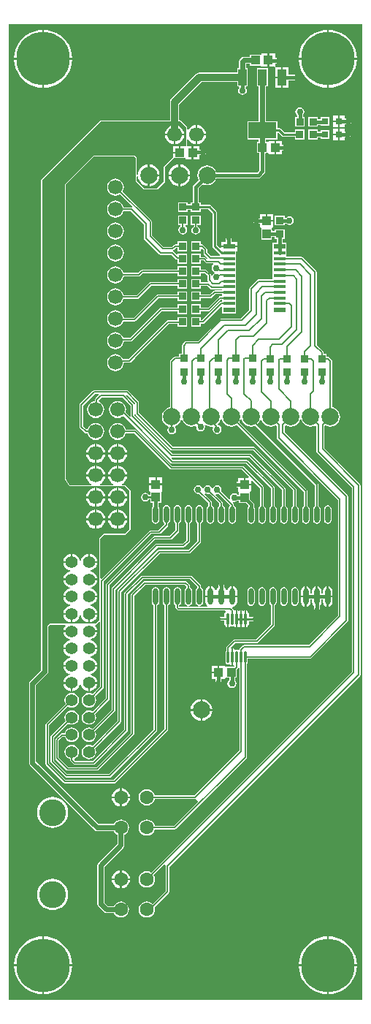
<source format=gtl>
G04*
G04 #@! TF.GenerationSoftware,Altium Limited,Altium Designer,20.2.6 (244)*
G04*
G04 Layer_Physical_Order=1*
G04 Layer_Color=255*
%FSLAX25Y25*%
%MOIN*%
G70*
G04*
G04 #@! TF.SameCoordinates,6C8D4563-3A2C-4F61-AD53-F99773DFA7E0*
G04*
G04*
G04 #@! TF.FilePolarity,Positive*
G04*
G01*
G75*
%ADD13C,0.01000*%
%ADD18C,0.07874*%
%ADD19R,0.03937X0.04134*%
%ADD20R,0.03347X0.03543*%
%ADD21R,0.03937X0.07284*%
%ADD22R,0.12598X0.07284*%
%ADD23R,0.03150X0.03150*%
%ADD24R,0.04134X0.03937*%
%ADD25O,0.02362X0.07480*%
%ADD26R,0.05315X0.02362*%
%ADD27R,0.05315X0.01575*%
%ADD28R,0.03543X0.03347*%
%ADD29O,0.01181X0.05709*%
%ADD47C,0.00600*%
%ADD48C,0.01600*%
%ADD49C,0.03200*%
%ADD50C,0.02200*%
%ADD51C,0.01598*%
%ADD52C,0.06693*%
%ADD53C,0.06299*%
%ADD54C,0.12205*%
%ADD55C,0.05512*%
%ADD56C,0.24410*%
%ADD57C,0.02165*%
%ADD58C,0.02953*%
G36*
X163315Y2039D02*
X2039D01*
Y446780D01*
X163315D01*
X163315Y2039D01*
D02*
G37*
%LPC*%
G36*
X148038Y444316D02*
Y431502D01*
X160852D01*
X160720Y433174D01*
X160235Y435195D01*
X159440Y437116D01*
X158354Y438888D01*
X157004Y440468D01*
X155423Y441818D01*
X153651Y442904D01*
X151731Y443700D01*
X149710Y444185D01*
X148038Y444316D01*
D02*
G37*
G36*
X147238D02*
X145566Y444185D01*
X143545Y443700D01*
X141624Y442904D01*
X139852Y441818D01*
X138272Y440468D01*
X136922Y438888D01*
X135836Y437116D01*
X135040Y435195D01*
X134555Y433174D01*
X134424Y431502D01*
X147238D01*
Y444316D01*
D02*
G37*
G36*
X18116D02*
Y431502D01*
X30931D01*
X30799Y433174D01*
X30314Y435195D01*
X29518Y437116D01*
X28432Y438888D01*
X27083Y440468D01*
X25502Y441818D01*
X23730Y442904D01*
X21810Y443700D01*
X19789Y444185D01*
X18116Y444316D01*
D02*
G37*
G36*
X17316D02*
X15644Y444185D01*
X13623Y443700D01*
X11703Y442904D01*
X9931Y441818D01*
X8350Y440468D01*
X7001Y438888D01*
X5915Y437116D01*
X5119Y435195D01*
X4634Y433174D01*
X4502Y431502D01*
X17316D01*
Y444316D01*
D02*
G37*
G36*
X120071Y433421D02*
X117404D01*
Y433308D01*
X117132Y432921D01*
X116904Y432921D01*
X111998D01*
Y432083D01*
X109211D01*
X108587Y431959D01*
X108057Y431605D01*
X107546Y431094D01*
X107192Y430564D01*
X107068Y429940D01*
Y426779D01*
X106191D01*
Y424778D01*
X89037D01*
X88218Y424615D01*
X87523Y424151D01*
X76163Y412791D01*
X75699Y412097D01*
X75536Y411277D01*
Y402976D01*
X43931Y402976D01*
X43549Y402818D01*
X43549Y402818D01*
X16952Y376222D01*
X16794Y375839D01*
X16794Y375839D01*
X16794Y173583D01*
Y170915D01*
X16794Y170915D01*
Y152408D01*
X11681Y147295D01*
X11327Y146766D01*
X11203Y146142D01*
Y110079D01*
X11327Y109454D01*
X11681Y108925D01*
X41248Y79358D01*
X41777Y79005D01*
X42402Y78880D01*
X49914D01*
X50001Y78671D01*
X50586Y77909D01*
X51348Y77324D01*
X51518Y77254D01*
Y73117D01*
X42941Y64539D01*
X42587Y64010D01*
X42463Y63386D01*
Y45669D01*
X42587Y45045D01*
X42941Y44516D01*
X45500Y41957D01*
X46029Y41603D01*
X46654Y41479D01*
X49914D01*
X50001Y41270D01*
X50586Y40507D01*
X51348Y39922D01*
X52236Y39555D01*
X53189Y39429D01*
X54142Y39555D01*
X55029Y39922D01*
X55792Y40507D01*
X56377Y41270D01*
X56745Y42158D01*
X56870Y43110D01*
X56745Y44063D01*
X56377Y44951D01*
X55792Y45713D01*
X55029Y46298D01*
X54142Y46666D01*
X53189Y46791D01*
X52236Y46666D01*
X51348Y46298D01*
X50586Y45713D01*
X50001Y44951D01*
X49914Y44742D01*
X47329D01*
X45726Y46345D01*
Y62710D01*
X54303Y71287D01*
X54657Y71817D01*
X54781Y72441D01*
Y77221D01*
X55029Y77324D01*
X55792Y77909D01*
X56377Y78671D01*
X56745Y79559D01*
X56870Y80512D01*
X56745Y81464D01*
X56377Y82352D01*
X55792Y83115D01*
X55029Y83700D01*
X54142Y84067D01*
X53189Y84193D01*
X52236Y84067D01*
X51348Y83700D01*
X50586Y83115D01*
X50001Y82352D01*
X49914Y82143D01*
X43077D01*
X14466Y110755D01*
Y145466D01*
X19579Y150579D01*
X19932Y151108D01*
X20056Y151732D01*
Y172218D01*
X20880Y173041D01*
X23976D01*
X27618Y173041D01*
X27864Y172541D01*
X27428Y171973D01*
X27049Y171059D01*
X26973Y170479D01*
X30709D01*
Y169679D01*
X26973D01*
X27049Y169098D01*
X27428Y168185D01*
X28030Y167400D01*
X28815Y166798D01*
X29728Y166419D01*
X29923Y166394D01*
Y165890D01*
X29728Y165864D01*
X28815Y165486D01*
X28030Y164883D01*
X27428Y164099D01*
X27049Y163185D01*
X26973Y162605D01*
X30709D01*
Y161805D01*
X26973D01*
X27049Y161224D01*
X27428Y160311D01*
X28030Y159526D01*
X28815Y158924D01*
X29728Y158545D01*
X29923Y158520D01*
Y158016D01*
X29728Y157990D01*
X28815Y157612D01*
X28030Y157009D01*
X27428Y156225D01*
X27049Y155311D01*
X26973Y154731D01*
X30709D01*
Y153931D01*
X26973D01*
X27049Y153350D01*
X27428Y152437D01*
X28030Y151652D01*
X28815Y151050D01*
X29728Y150672D01*
X29923Y150646D01*
Y150142D01*
X29728Y150116D01*
X28815Y149738D01*
X28030Y149135D01*
X27428Y148351D01*
X27049Y147437D01*
X26973Y146857D01*
X30709D01*
Y146457D01*
X31109D01*
Y142721D01*
X31689Y142798D01*
X32603Y143176D01*
X33387Y143778D01*
X33989Y144562D01*
X34368Y145476D01*
X34394Y145671D01*
X34898D01*
X34923Y145476D01*
X35302Y144562D01*
X35904Y143778D01*
X36689Y143176D01*
X37602Y142798D01*
X38183Y142721D01*
Y146457D01*
X38583D01*
Y146857D01*
X42318D01*
X42242Y147437D01*
X41864Y148351D01*
X41261Y149135D01*
X40477Y149738D01*
X39563Y150116D01*
X39369Y150142D01*
Y150646D01*
X39563Y150672D01*
X40477Y151050D01*
X41261Y151652D01*
X41864Y152437D01*
X42242Y153350D01*
X42318Y153931D01*
X38583D01*
Y154731D01*
X42318D01*
X42242Y155311D01*
X41864Y156225D01*
X41261Y157009D01*
X40477Y157612D01*
X39563Y157990D01*
X39369Y158016D01*
Y158520D01*
X39563Y158545D01*
X40477Y158924D01*
X41261Y159526D01*
X41864Y160311D01*
X42242Y161224D01*
X42318Y161805D01*
X38583D01*
Y162605D01*
X42318D01*
X42242Y163185D01*
X41864Y164099D01*
X41261Y164883D01*
X40477Y165486D01*
X39563Y165864D01*
X39369Y165890D01*
Y166394D01*
X39563Y166419D01*
X40477Y166798D01*
X41261Y167400D01*
X41864Y168185D01*
X42242Y169098D01*
X42318Y169679D01*
X38583D01*
Y170479D01*
X42318D01*
X42242Y171059D01*
X41864Y171973D01*
X41427Y172541D01*
X41674Y173041D01*
X41693D01*
X41693Y173041D01*
X42076Y173200D01*
X43184Y174309D01*
X43684Y174102D01*
Y144838D01*
X40252Y141406D01*
X40225Y141427D01*
X39433Y141755D01*
X38583Y141867D01*
X37733Y141755D01*
X36941Y141427D01*
X36261Y140905D01*
X35739Y140225D01*
X35411Y139433D01*
X35299Y138583D01*
X35411Y137733D01*
X35739Y136941D01*
X36261Y136260D01*
X36941Y135739D01*
X37733Y135411D01*
X38583Y135299D01*
X39433Y135411D01*
X40225Y135739D01*
X40905Y136260D01*
X41427Y136941D01*
X41755Y137733D01*
X41867Y138583D01*
X41755Y139433D01*
X41427Y140225D01*
X41406Y140252D01*
X45077Y143923D01*
X45077Y143923D01*
X45254Y144188D01*
X45316Y144500D01*
Y192662D01*
X67088Y214434D01*
X70800D01*
X70800Y214434D01*
X71112Y214496D01*
X71377Y214673D01*
X74557Y217853D01*
X74557Y217853D01*
X74734Y218118D01*
X74796Y218430D01*
Y219271D01*
X75192Y219536D01*
X75564Y220092D01*
X75694Y220748D01*
Y225866D01*
X75564Y226522D01*
X75192Y227078D01*
X74636Y227450D01*
X73980Y227580D01*
X73324Y227450D01*
X72768Y227078D01*
X72397Y226522D01*
X72266Y225866D01*
Y220748D01*
X72397Y220092D01*
X72768Y219536D01*
X73165Y219271D01*
Y218768D01*
X70462Y216066D01*
X66750D01*
X66438Y216004D01*
X66173Y215827D01*
X66173Y215827D01*
X44321Y193975D01*
X43821Y194182D01*
Y212372D01*
X45498Y214026D01*
X55118D01*
X55501Y214184D01*
X57469Y216153D01*
X57628Y216535D01*
X57628Y216535D01*
Y234198D01*
X57628Y234198D01*
X57469Y234580D01*
X55474Y236576D01*
X55091Y236735D01*
X55091Y236735D01*
X53678D01*
X53579Y237234D01*
X53846Y237345D01*
X54754Y238042D01*
X55450Y238950D01*
X55888Y240007D01*
X55985Y240742D01*
X51653D01*
X47322D01*
X47419Y240007D01*
X47857Y238950D01*
X48554Y238042D01*
X49462Y237345D01*
X49729Y237234D01*
X49629Y236735D01*
X43678D01*
X43578Y237234D01*
X43845Y237345D01*
X44754Y238042D01*
X45450Y238950D01*
X45888Y240007D01*
X45985Y240742D01*
X41654D01*
X37322D01*
X37419Y240007D01*
X37857Y238950D01*
X38554Y238042D01*
X39462Y237345D01*
X39729Y237234D01*
X39629Y236735D01*
X29827D01*
X28073Y239541D01*
Y373764D01*
X40827Y386518D01*
X59366Y386518D01*
X59909Y385976D01*
X59909Y378659D01*
X59934Y378599D01*
X59923Y378535D01*
X60030Y378080D01*
X60102Y377979D01*
X60112Y377947D01*
X60107Y377934D01*
X60030Y377826D01*
X59923Y377370D01*
X59934Y377306D01*
X59909Y377247D01*
Y375598D01*
X60067Y375215D01*
X63645Y371637D01*
X64028Y371479D01*
X64028Y371479D01*
X69658Y371479D01*
X69658Y371479D01*
X70041Y371637D01*
X73190Y374787D01*
X73349Y375170D01*
X73349Y375170D01*
Y381649D01*
X77030Y385590D01*
X77430Y385831D01*
X82564D01*
X82836Y385444D01*
Y385332D01*
X85503D01*
Y388300D01*
Y391268D01*
X83441D01*
Y394129D01*
X83635Y394224D01*
X83941Y394264D01*
X84577Y393436D01*
X85485Y392739D01*
X86542Y392301D01*
X87277Y392204D01*
Y396535D01*
Y400867D01*
X86542Y400770D01*
X85485Y400332D01*
X84577Y399635D01*
X83941Y398807D01*
X83635Y398847D01*
X83441Y398941D01*
Y399900D01*
X83283Y400283D01*
X83112Y400353D01*
X80647Y402818D01*
X80265Y402976D01*
X79818Y403183D01*
Y410390D01*
X89924Y420496D01*
X106191D01*
Y418495D01*
X106984D01*
X107115Y418269D01*
X107190Y417995D01*
X106798Y417408D01*
X106645Y416637D01*
X106798Y415866D01*
X107235Y415212D01*
X107889Y414775D01*
X108660Y414622D01*
X109431Y414775D01*
X110085Y415212D01*
X110522Y415866D01*
X110675Y416637D01*
X110522Y417408D01*
X110129Y417995D01*
X110205Y418269D01*
X110336Y418495D01*
X111128D01*
Y426779D01*
X110331D01*
Y428821D01*
X111998D01*
Y427984D01*
X116904D01*
X117132Y427984D01*
X117404Y427596D01*
Y427484D01*
X120071D01*
Y430452D01*
Y433421D01*
D02*
G37*
G36*
X123538D02*
X120871D01*
Y430452D01*
Y427484D01*
X123112D01*
X123269Y427483D01*
X123410Y427455D01*
X123497Y427429D01*
X123613Y427372D01*
X123764Y427149D01*
X123802Y426935D01*
X123802Y426826D01*
Y423037D01*
X126370D01*
Y427279D01*
X124227D01*
X124070Y427279D01*
X123930Y427308D01*
X123843Y427333D01*
X123726Y427391D01*
X123576Y427613D01*
X123538Y427828D01*
X123538Y427939D01*
Y429048D01*
X125313D01*
X125821Y429149D01*
X126251Y429436D01*
X126538Y429866D01*
X126639Y430373D01*
X126538Y430880D01*
X126251Y431311D01*
X125821Y431598D01*
X125313Y431699D01*
X123538D01*
Y433421D01*
D02*
G37*
G36*
X127170Y427279D02*
Y422637D01*
Y417995D01*
X129739D01*
Y421312D01*
X133770D01*
X134277Y421412D01*
X134707Y421700D01*
X134995Y422130D01*
X135096Y422637D01*
X134995Y423144D01*
X134707Y423574D01*
X134277Y423862D01*
X133770Y423962D01*
X129739D01*
Y427279D01*
X127170D01*
D02*
G37*
G36*
X126370Y422237D02*
X123802D01*
Y417995D01*
X126370D01*
Y422237D01*
D02*
G37*
G36*
X160852Y430702D02*
X148038D01*
Y417888D01*
X149710Y418020D01*
X151731Y418505D01*
X153651Y419301D01*
X155423Y420387D01*
X157004Y421736D01*
X158354Y423317D01*
X159440Y425089D01*
X160235Y427009D01*
X160720Y429030D01*
X160852Y430702D01*
D02*
G37*
G36*
X147238D02*
X134424D01*
X134555Y429030D01*
X135040Y427009D01*
X135836Y425089D01*
X136922Y423317D01*
X138272Y421736D01*
X139852Y420387D01*
X141624Y419301D01*
X143545Y418505D01*
X145566Y418020D01*
X147238Y417888D01*
Y430702D01*
D02*
G37*
G36*
X30931D02*
X18116D01*
Y417888D01*
X19789Y418020D01*
X21810Y418505D01*
X23730Y419301D01*
X25502Y420387D01*
X27083Y421736D01*
X28432Y423317D01*
X29518Y425089D01*
X30314Y427009D01*
X30799Y429030D01*
X30931Y430702D01*
D02*
G37*
G36*
X17316D02*
X4502D01*
X4634Y429030D01*
X5119Y427009D01*
X5915Y425089D01*
X7001Y423317D01*
X8350Y421736D01*
X9931Y420387D01*
X11703Y419301D01*
X13623Y418505D01*
X15644Y418020D01*
X17316Y417888D01*
Y430702D01*
D02*
G37*
G36*
X148440Y404665D02*
X144290D01*
Y403718D01*
X143125D01*
Y404665D01*
X138779D01*
Y400122D01*
X143125D01*
Y401069D01*
X144290D01*
Y400516D01*
X148440D01*
Y404665D01*
D02*
G37*
G36*
X152265Y405165D02*
X150090D01*
Y402990D01*
X152265D01*
Y405165D01*
D02*
G37*
G36*
X134850Y408909D02*
X134078Y408755D01*
X133425Y408319D01*
X132988Y407665D01*
X132834Y406894D01*
X132988Y406122D01*
X133425Y405469D01*
X133524Y405402D01*
Y404665D01*
X132676D01*
Y400122D01*
X137023D01*
Y404665D01*
X136175D01*
Y405402D01*
X136275Y405469D01*
X136711Y406122D01*
X136865Y406894D01*
X136711Y407665D01*
X136275Y408319D01*
X135621Y408755D01*
X134850Y408909D01*
D02*
G37*
G36*
X155239Y405165D02*
X153065D01*
Y402591D01*
X152665D01*
D01*
X153065D01*
Y400016D01*
X155239D01*
Y401108D01*
X157153D01*
X157660Y401208D01*
X158090Y401496D01*
X158377Y401926D01*
X158478Y402433D01*
X158377Y402940D01*
X158090Y403370D01*
X157660Y403658D01*
X157153Y403758D01*
X155239D01*
Y405165D01*
D02*
G37*
G36*
X152265Y402190D02*
X150090D01*
Y400016D01*
X152265D01*
Y402190D01*
D02*
G37*
G36*
X152225Y399177D02*
X150050D01*
Y397002D01*
X152225D01*
Y399177D01*
D02*
G37*
G36*
X88077Y400867D02*
Y396935D01*
X92009D01*
X91912Y397670D01*
X91474Y398727D01*
X90777Y399635D01*
X89869Y400332D01*
X88812Y400770D01*
X88077Y400867D01*
D02*
G37*
G36*
X143086Y398874D02*
X138739D01*
Y394331D01*
X143086D01*
Y395277D01*
X144251D01*
Y394528D01*
X148401D01*
Y398677D01*
X144251D01*
Y397928D01*
X143086D01*
Y398874D01*
D02*
G37*
G36*
X120184Y426779D02*
X115246D01*
Y418495D01*
X116084D01*
Y402566D01*
X110916D01*
Y394283D01*
X116084D01*
Y393117D01*
X115187D01*
Y388180D01*
X116390D01*
Y380364D01*
X115304Y379278D01*
X96773D01*
X96395Y380190D01*
X95684Y381117D01*
X94757Y381828D01*
X93678Y382276D01*
X92520Y382428D01*
X91361Y382276D01*
X90282Y381828D01*
X89355Y381117D01*
X88644Y380190D01*
X88197Y379111D01*
X88044Y377953D01*
X88197Y376795D01*
X88575Y375882D01*
X86307Y373614D01*
X86019Y373184D01*
X85919Y372677D01*
Y365717D01*
X84972D01*
Y364869D01*
X83728D01*
Y365717D01*
X79185D01*
Y361370D01*
X83728D01*
Y362218D01*
X84972D01*
Y361370D01*
X89516D01*
Y362524D01*
X93121D01*
X95043Y360601D01*
Y345669D01*
X95121Y345279D01*
X95342Y344948D01*
X98472Y341818D01*
X98472Y341217D01*
X98408Y341131D01*
X94275D01*
X92520Y342886D01*
Y344123D01*
X92458Y344435D01*
X92281Y344700D01*
X92281Y344700D01*
X90774Y346207D01*
X90509Y346384D01*
X90197Y346446D01*
X90197Y346446D01*
X89555D01*
Y347902D01*
X85209D01*
Y343358D01*
X89555D01*
Y344411D01*
X90055Y344618D01*
X90888Y343785D01*
Y342548D01*
X90888Y342548D01*
X90950Y342236D01*
X91127Y341971D01*
X92828Y340271D01*
X92663Y339728D01*
X92550Y339706D01*
X91758Y340498D01*
X91493Y340675D01*
X91181Y340737D01*
X91181Y340737D01*
X89555D01*
Y342193D01*
X85209D01*
Y337650D01*
X89555D01*
Y339106D01*
X90843D01*
X91922Y338026D01*
X91922Y338026D01*
X92187Y337850D01*
X92499Y337788D01*
X95179D01*
X95331Y337287D01*
X95130Y337153D01*
X94693Y336500D01*
X94540Y335728D01*
X94693Y334957D01*
X95130Y334303D01*
X95784Y333867D01*
X95831Y333857D01*
X95873Y333446D01*
X95859Y333342D01*
X95229Y332921D01*
X94834Y332331D01*
X94800Y332331D01*
X94334Y332466D01*
X94272Y332778D01*
X94095Y333043D01*
X94095Y333043D01*
X92388Y334750D01*
X92123Y334927D01*
X91811Y334989D01*
X91811Y334989D01*
X89555D01*
Y336445D01*
X85209D01*
Y331902D01*
X89555D01*
Y333358D01*
X91473D01*
X92703Y332128D01*
Y330104D01*
X92703Y330103D01*
X92765Y329791D01*
X92851Y329662D01*
X92696Y329265D01*
X92599Y329162D01*
X89555D01*
Y330736D01*
X85209D01*
Y326193D01*
X89555D01*
Y327531D01*
X92618D01*
X93954Y326195D01*
X93954Y326195D01*
X94218Y326018D01*
X94530Y325956D01*
X99461D01*
Y325442D01*
X95886D01*
X95886Y325442D01*
X95574Y325380D01*
X95309Y325203D01*
X93678Y323572D01*
X89555D01*
Y325028D01*
X85209D01*
Y320484D01*
X89555D01*
Y321940D01*
X94016D01*
X94016Y321940D01*
X94328Y322002D01*
X94592Y322179D01*
X96224Y323810D01*
X99461D01*
Y322883D01*
X98445D01*
X98445Y322883D01*
X98133Y322820D01*
X97868Y322644D01*
X97868Y322644D01*
X92891Y317666D01*
X89555D01*
Y319122D01*
X85209D01*
Y314579D01*
X89555D01*
Y316035D01*
X93228D01*
X93228Y316035D01*
X93541Y316097D01*
X93805Y316274D01*
X98783Y321251D01*
X99461D01*
Y320554D01*
X99035Y320323D01*
X98723Y320261D01*
X98459Y320085D01*
X98459Y320085D01*
X90331Y311957D01*
X89555D01*
Y313413D01*
X85209D01*
Y308870D01*
X89555D01*
Y310326D01*
X90669D01*
X90669Y310326D01*
X90981Y310388D01*
X91246Y310565D01*
X98961Y318280D01*
X99112Y318262D01*
X99461Y318072D01*
Y314874D01*
X105776D01*
Y318220D01*
Y320779D01*
Y323339D01*
Y325898D01*
Y328457D01*
Y331016D01*
Y333575D01*
Y336134D01*
Y338693D01*
Y343311D01*
X106276D01*
Y345092D01*
X98961D01*
Y344867D01*
X98499Y344675D01*
X97083Y346092D01*
Y361024D01*
X97005Y361414D01*
X96784Y361745D01*
X94264Y364264D01*
X93933Y364485D01*
X93543Y364563D01*
X89516D01*
Y365717D01*
X88570D01*
Y372128D01*
X90449Y374008D01*
X91361Y373630D01*
X92520Y373478D01*
X93678Y373630D01*
X94757Y374077D01*
X95684Y374788D01*
X96395Y375715D01*
X96773Y376627D01*
X115853D01*
X116360Y376728D01*
X116790Y377015D01*
X118652Y378878D01*
X118939Y379308D01*
X119040Y379815D01*
Y387827D01*
X119394Y388180D01*
X120321Y388180D01*
X120593Y387793D01*
Y387680D01*
X123260D01*
Y390649D01*
Y393617D01*
X120593D01*
Y393505D01*
X120321Y393117D01*
X120093Y393117D01*
X119346D01*
Y394283D01*
X124514D01*
Y397405D01*
X125053D01*
X126577Y395881D01*
X126908Y395660D01*
X127298Y395583D01*
X132637D01*
Y394331D01*
X136984D01*
Y398874D01*
X132637D01*
Y397622D01*
X127720D01*
X126197Y399145D01*
X125866Y399366D01*
X125476Y399444D01*
X124514D01*
Y402566D01*
X119346D01*
Y418495D01*
X120184D01*
Y426779D01*
D02*
G37*
G36*
X155200Y399177D02*
X153025D01*
Y396602D01*
Y394028D01*
X155200D01*
Y395119D01*
X156759D01*
X157266Y395220D01*
X157696Y395508D01*
X157984Y395938D01*
X158084Y396445D01*
X157984Y396952D01*
X157696Y397382D01*
X157266Y397670D01*
X156759Y397770D01*
X155200D01*
Y399177D01*
D02*
G37*
G36*
X152225Y396202D02*
X150050D01*
Y394028D01*
X152225D01*
Y396202D01*
D02*
G37*
G36*
X92009Y396135D02*
X88077D01*
Y392204D01*
X88812Y392301D01*
X89869Y392739D01*
X90777Y393436D01*
X91474Y394343D01*
X91912Y395401D01*
X92009Y396135D01*
D02*
G37*
G36*
X126727Y393617D02*
X124060D01*
Y390649D01*
Y387680D01*
X126727D01*
Y389284D01*
X128463D01*
X128970Y389385D01*
X129400Y389672D01*
X129688Y390102D01*
X129788Y390610D01*
X129688Y391117D01*
X129400Y391547D01*
X128970Y391834D01*
X128463Y391935D01*
X126727D01*
Y393617D01*
D02*
G37*
G36*
X88970Y391268D02*
X86303D01*
Y388300D01*
Y385332D01*
X88970D01*
Y387093D01*
X90745D01*
X91252Y387193D01*
X91682Y387481D01*
X91970Y387911D01*
X92071Y388418D01*
X91970Y388925D01*
X91682Y389355D01*
X91252Y389643D01*
X90745Y389744D01*
X88970D01*
Y391268D01*
D02*
G37*
G36*
X80300Y382880D02*
Y378353D01*
X84827D01*
X84710Y379242D01*
X84212Y380443D01*
X83421Y381474D01*
X82390Y382265D01*
X81189Y382763D01*
X80300Y382880D01*
D02*
G37*
G36*
X79500D02*
X78611Y382763D01*
X77410Y382265D01*
X76379Y381474D01*
X75587Y380443D01*
X75090Y379242D01*
X74973Y378353D01*
X79500D01*
Y382880D01*
D02*
G37*
G36*
X84827Y377553D02*
X80300D01*
Y373026D01*
X81189Y373143D01*
X82390Y373640D01*
X83421Y374432D01*
X84212Y375463D01*
X84710Y376664D01*
X84827Y377553D01*
D02*
G37*
G36*
X79500D02*
X74973D01*
X75090Y376664D01*
X75587Y375463D01*
X76379Y374432D01*
X77410Y373640D01*
X78611Y373143D01*
X79500Y373026D01*
Y377553D01*
D02*
G37*
G36*
X50748Y376439D02*
X49744Y376307D01*
X48808Y375919D01*
X48005Y375302D01*
X47388Y374499D01*
X47001Y373563D01*
X46868Y372559D01*
X47001Y371555D01*
X47388Y370619D01*
X48005Y369816D01*
X48808Y369199D01*
X49744Y368812D01*
X50748Y368679D01*
X51752Y368812D01*
X52688Y369199D01*
X52839Y369315D01*
X58406Y363748D01*
X58111Y363335D01*
X57913Y363375D01*
X57913Y363375D01*
X54520D01*
X54496Y363563D01*
X54108Y364499D01*
X53491Y365302D01*
X52688Y365919D01*
X51752Y366306D01*
X50748Y366439D01*
X49744Y366306D01*
X48808Y365919D01*
X48005Y365302D01*
X47388Y364499D01*
X47001Y363563D01*
X46868Y362559D01*
X47001Y361555D01*
X47388Y360619D01*
X48005Y359816D01*
X48808Y359199D01*
X49744Y358812D01*
X50748Y358679D01*
X51752Y358812D01*
X52688Y359199D01*
X53491Y359816D01*
X54108Y360619D01*
X54496Y361555D01*
X54520Y361743D01*
X57576D01*
X63751Y355568D01*
Y349213D01*
X63751Y349213D01*
X63813Y348901D01*
X63990Y348636D01*
X70683Y341943D01*
X70683Y341943D01*
X70948Y341766D01*
X71260Y341704D01*
X76434D01*
X78481Y339657D01*
X78481Y339657D01*
X78746Y339480D01*
X79058Y339418D01*
X79106Y338937D01*
Y337650D01*
X83453D01*
Y342193D01*
X79106D01*
Y341992D01*
X78644Y341800D01*
X77348Y343096D01*
X77140Y343236D01*
X77110Y343504D01*
X77140Y343772D01*
X77348Y343911D01*
X78251Y344814D01*
X79106D01*
Y343358D01*
X83453D01*
Y347902D01*
X79106D01*
Y346446D01*
X77913D01*
X77601Y346384D01*
X77337Y346207D01*
X77337Y346207D01*
X76434Y345304D01*
X72779D01*
X67351Y350732D01*
Y356772D01*
X67351Y356772D01*
X67289Y357084D01*
X67112Y357348D01*
X67112Y357348D01*
X53992Y370468D01*
X54108Y370619D01*
X54496Y371555D01*
X54628Y372559D01*
X54496Y373563D01*
X54108Y374499D01*
X53491Y375302D01*
X52688Y375919D01*
X51752Y376307D01*
X50748Y376439D01*
D02*
G37*
G36*
X122653Y360252D02*
X120085D01*
Y357585D01*
X122653D01*
Y360252D01*
D02*
G37*
G36*
X127862Y359457D02*
X123319D01*
Y355110D01*
X127862D01*
Y355958D01*
X128599D01*
X128666Y355859D01*
X129319Y355422D01*
X130091Y355268D01*
X130862Y355422D01*
X131515Y355859D01*
X131952Y356512D01*
X132106Y357283D01*
X131952Y358055D01*
X131515Y358708D01*
X130862Y359145D01*
X130091Y359299D01*
X129319Y359145D01*
X128666Y358708D01*
X128599Y358609D01*
X127862D01*
Y359457D01*
D02*
G37*
G36*
X83728Y359614D02*
X79185D01*
Y355268D01*
X80307D01*
X80458Y354768D01*
X79992Y354456D01*
X79556Y353803D01*
X79402Y353031D01*
X79556Y352260D01*
X79992Y351607D01*
X80646Y351170D01*
X81417Y351016D01*
X82188Y351170D01*
X82842Y351607D01*
X83279Y352260D01*
X83432Y353031D01*
X83279Y353803D01*
X82842Y354456D01*
X82376Y354768D01*
X82528Y355268D01*
X83728D01*
Y359614D01*
D02*
G37*
G36*
X89516D02*
X84972D01*
Y355268D01*
X86507D01*
Y354794D01*
X85898Y354387D01*
X85461Y353733D01*
X85308Y352962D01*
X85461Y352191D01*
X85898Y351537D01*
X86552Y351100D01*
X87323Y350947D01*
X88094Y351100D01*
X88748Y351537D01*
X89185Y352191D01*
X89338Y352962D01*
X89185Y353733D01*
X88748Y354387D01*
X88139Y354794D01*
Y355268D01*
X89516D01*
Y359614D01*
D02*
G37*
G36*
X50748Y356439D02*
X49744Y356307D01*
X48808Y355919D01*
X48005Y355302D01*
X47388Y354499D01*
X47001Y353563D01*
X46868Y352559D01*
X47001Y351555D01*
X47388Y350619D01*
X48005Y349816D01*
X48808Y349199D01*
X49744Y348812D01*
X50748Y348679D01*
X51752Y348812D01*
X52688Y349199D01*
X53491Y349816D01*
X54108Y350619D01*
X54496Y351555D01*
X54628Y352559D01*
X54496Y353563D01*
X54108Y354499D01*
X53491Y355302D01*
X52688Y355919D01*
X51752Y356307D01*
X50748Y356439D01*
D02*
G37*
G36*
X102362Y351325D02*
X101855Y351225D01*
X101425Y350937D01*
X101138Y350507D01*
X101037Y350000D01*
Y347673D01*
X98961D01*
Y345892D01*
X106276D01*
Y347673D01*
X103688D01*
Y350000D01*
X103587Y350507D01*
X103299Y350937D01*
X102869Y351225D01*
X102362Y351325D01*
D02*
G37*
G36*
X50748Y346439D02*
X49744Y346306D01*
X48808Y345919D01*
X48005Y345302D01*
X47388Y344499D01*
X47001Y343563D01*
X46868Y342559D01*
X47001Y341555D01*
X47388Y340619D01*
X48005Y339816D01*
X48808Y339199D01*
X49744Y338812D01*
X50748Y338679D01*
X51752Y338812D01*
X52688Y339199D01*
X53491Y339816D01*
X54108Y340619D01*
X54496Y341555D01*
X54628Y342559D01*
X54496Y343563D01*
X54108Y344499D01*
X53491Y345302D01*
X52688Y345919D01*
X51752Y346306D01*
X50748Y346439D01*
D02*
G37*
G36*
X83453Y336445D02*
X79106D01*
Y334989D01*
X62913D01*
X62601Y334927D01*
X62337Y334750D01*
X62337Y334750D01*
X61079Y333493D01*
X54505D01*
X54496Y333563D01*
X54108Y334499D01*
X53491Y335302D01*
X52688Y335919D01*
X51752Y336307D01*
X50748Y336439D01*
X49744Y336307D01*
X48808Y335919D01*
X48005Y335302D01*
X47388Y334499D01*
X47001Y333563D01*
X46868Y332559D01*
X47001Y331555D01*
X47388Y330619D01*
X48005Y329816D01*
X48808Y329199D01*
X49744Y328812D01*
X50748Y328679D01*
X51752Y328812D01*
X52688Y329199D01*
X53491Y329816D01*
X54108Y330619D01*
X54496Y331555D01*
X54536Y331861D01*
X61417D01*
X61417Y331861D01*
X61730Y331924D01*
X61994Y332100D01*
X63251Y333358D01*
X79106D01*
Y331902D01*
X83453D01*
Y336445D01*
D02*
G37*
G36*
X119285Y360252D02*
X116717D01*
Y358412D01*
X114961D01*
X114453Y358311D01*
X114023Y358024D01*
X113736Y357594D01*
X113635Y357087D01*
X113736Y356579D01*
X114023Y356149D01*
X114453Y355862D01*
X114961Y355761D01*
X116717D01*
Y354118D01*
X116829D01*
X117217Y353847D01*
X117217Y353618D01*
Y348713D01*
X122153D01*
Y349856D01*
X123319D01*
Y349008D01*
X124324D01*
Y347173D01*
X122492D01*
Y343811D01*
Y341252D01*
Y338693D01*
Y336134D01*
Y333575D01*
Y330560D01*
X115965D01*
X115965Y330560D01*
X115652Y330498D01*
X115388Y330321D01*
X112022Y326955D01*
X111845Y326690D01*
X111783Y326378D01*
X111783Y326378D01*
Y316480D01*
X107930Y312627D01*
X98819D01*
X98819Y312627D01*
X98507Y312565D01*
X98242Y312388D01*
X98242Y312388D01*
X88245Y302391D01*
X83071D01*
X82759Y302328D01*
X82494Y302152D01*
X82494Y302151D01*
X81313Y300971D01*
X81136Y300706D01*
X81074Y300394D01*
X81074Y300394D01*
Y296661D01*
X79618D01*
Y295304D01*
X77953D01*
X77641Y295242D01*
X77376Y295065D01*
X77376Y295065D01*
X75801Y293490D01*
X75624Y293226D01*
X75562Y292913D01*
X75562Y292913D01*
Y272163D01*
X75220Y272118D01*
X74140Y271671D01*
X73213Y270960D01*
X72502Y270033D01*
X72055Y268954D01*
X71903Y267795D01*
X72055Y266637D01*
X72502Y265558D01*
X73213Y264631D01*
X74140Y263920D01*
X74718Y263680D01*
X74774Y263574D01*
X74851Y263084D01*
X74516Y262582D01*
X74363Y261811D01*
X74516Y261040D01*
X74953Y260386D01*
X75607Y259949D01*
X76378Y259796D01*
X77149Y259949D01*
X77803Y260386D01*
X78240Y261040D01*
X78393Y261811D01*
X78240Y262582D01*
X77904Y263084D01*
X77982Y263574D01*
X78038Y263680D01*
X78616Y263920D01*
X79542Y264631D01*
X80254Y265558D01*
X80648Y266510D01*
X81163Y266510D01*
X81557Y265558D01*
X82269Y264631D01*
X83195Y263920D01*
X84275Y263473D01*
X85433Y263320D01*
X86591Y263473D01*
X87199Y263724D01*
X87638Y263365D01*
X87585Y263100D01*
X87738Y262329D01*
X88175Y261675D01*
X88829Y261238D01*
X89600Y261085D01*
X90371Y261238D01*
X91025Y261675D01*
X91462Y262329D01*
X91615Y263100D01*
X91462Y263871D01*
X91430Y263919D01*
X91799Y264266D01*
X92251Y263920D01*
X93330Y263473D01*
X94488Y263320D01*
X95053Y263394D01*
X95343Y262928D01*
X95238Y262771D01*
X95085Y262000D01*
X95238Y261229D01*
X95675Y260575D01*
X96329Y260138D01*
X97100Y259985D01*
X97871Y260138D01*
X98525Y260575D01*
X98962Y261229D01*
X99115Y262000D01*
X98962Y262771D01*
X98525Y263425D01*
X97871Y263862D01*
X97554Y263925D01*
X97376Y264418D01*
X97653Y264631D01*
X98364Y265558D01*
X98759Y266510D01*
X99273Y266510D01*
X99668Y265558D01*
X100379Y264631D01*
X101306Y263920D01*
X102385Y263473D01*
X103543Y263320D01*
X104702Y263473D01*
X105781Y263920D01*
X106055Y264130D01*
X136747Y233438D01*
Y227304D01*
X136351Y227039D01*
X135979Y226483D01*
X135849Y225827D01*
Y220709D01*
X135979Y220053D01*
X136351Y219497D01*
X136907Y219125D01*
X137563Y218995D01*
X138219Y219125D01*
X138775Y219497D01*
X139147Y220053D01*
X139277Y220709D01*
Y225827D01*
X139147Y226483D01*
X138775Y227039D01*
X138379Y227304D01*
Y233776D01*
X138317Y234088D01*
X138140Y234352D01*
X138140Y234352D01*
X107209Y265283D01*
X107419Y265558D01*
X107814Y266510D01*
X108328D01*
X108723Y265558D01*
X109434Y264631D01*
X110361Y263920D01*
X111440Y263473D01*
X112598Y263320D01*
X113757Y263473D01*
X114476Y263770D01*
X141747Y236499D01*
Y227304D01*
X141351Y227039D01*
X140979Y226483D01*
X140849Y225827D01*
Y220709D01*
X140979Y220053D01*
X141351Y219497D01*
X141907Y219125D01*
X142563Y218995D01*
X143219Y219125D01*
X143775Y219497D01*
X144147Y220053D01*
X144277Y220709D01*
Y225827D01*
X144147Y226483D01*
X143775Y227039D01*
X143379Y227304D01*
Y236837D01*
X143379Y236837D01*
X143317Y237149D01*
X143140Y237414D01*
X143140Y237414D01*
X115832Y264721D01*
X116474Y265558D01*
X116816Y266383D01*
X117357D01*
X117699Y265558D01*
X118410Y264631D01*
X119337Y263920D01*
X120416Y263473D01*
X121575Y263320D01*
X122733Y263473D01*
X123812Y263920D01*
X123964Y264036D01*
X124381Y263726D01*
Y258309D01*
X124381Y258309D01*
X124443Y257997D01*
X124620Y257732D01*
X152304Y230048D01*
Y177207D01*
X138893Y163797D01*
X109381D01*
X109381Y163797D01*
X109069Y163735D01*
X108804Y163558D01*
X107385Y162138D01*
X107208Y161874D01*
X107169Y161680D01*
X107063Y161600D01*
X106866Y161513D01*
X106653Y161476D01*
X106637Y161480D01*
X106418Y161627D01*
X105993Y161711D01*
X105567Y161627D01*
X105349Y161480D01*
X105171Y161746D01*
X104645Y162098D01*
X104424Y162141D01*
Y158335D01*
Y154530D01*
X104579Y154560D01*
X104898Y154359D01*
X104940Y154043D01*
X104684Y153769D01*
X101214D01*
X100986Y153769D01*
X100714Y154156D01*
Y154269D01*
X98047D01*
Y151300D01*
X97647D01*
Y150900D01*
X94580D01*
Y148331D01*
X96322D01*
Y146300D01*
X96423Y145793D01*
X96710Y145363D01*
X97140Y145075D01*
X97647Y144975D01*
X98154Y145075D01*
X98585Y145363D01*
X98872Y145793D01*
X98973Y146300D01*
Y148331D01*
X100714D01*
Y148444D01*
X100986Y148831D01*
X101214Y148831D01*
X102524D01*
Y147591D01*
X102425Y147525D01*
X101988Y146871D01*
X101835Y146100D01*
X101988Y145329D01*
X102425Y144675D01*
X103079Y144238D01*
X103850Y144085D01*
X104621Y144238D01*
X105275Y144675D01*
X105712Y145329D01*
X105865Y146100D01*
X105712Y146871D01*
X105275Y147525D01*
X105175Y147591D01*
Y148831D01*
X106120D01*
Y152615D01*
X106570Y153065D01*
X106570Y153065D01*
X106684Y153237D01*
X107147Y153168D01*
X107184Y153153D01*
Y115738D01*
X86554Y95107D01*
X68574D01*
X68556Y95244D01*
X68188Y96132D01*
X67603Y96894D01*
X66840Y97479D01*
X65953Y97847D01*
X65000Y97972D01*
X64047Y97847D01*
X63159Y97479D01*
X62397Y96894D01*
X61812Y96132D01*
X61444Y95244D01*
X61319Y94291D01*
X61444Y93339D01*
X61812Y92451D01*
X62397Y91688D01*
X63159Y91103D01*
X64047Y90736D01*
X65000Y90610D01*
X65953Y90736D01*
X66840Y91103D01*
X67603Y91688D01*
X68188Y92451D01*
X68556Y93339D01*
X68574Y93476D01*
X86891D01*
X86891Y93476D01*
X87204Y93538D01*
X87422Y93494D01*
X88269Y92222D01*
X77374Y81327D01*
X68574D01*
X68556Y81464D01*
X68188Y82352D01*
X67603Y83115D01*
X66840Y83700D01*
X65953Y84067D01*
X65000Y84193D01*
X64047Y84067D01*
X63159Y83700D01*
X62397Y83115D01*
X61812Y82352D01*
X61444Y81464D01*
X61319Y80512D01*
X61444Y79559D01*
X61812Y78671D01*
X62397Y77909D01*
X63159Y77324D01*
X64047Y76956D01*
X65000Y76831D01*
X65953Y76956D01*
X66840Y77324D01*
X67603Y77909D01*
X68188Y78671D01*
X68556Y79559D01*
X68574Y79696D01*
X77712D01*
X77712Y79696D01*
X78024Y79758D01*
X78289Y79935D01*
X110507Y112153D01*
X110507Y112153D01*
X110684Y112418D01*
X110746Y112730D01*
X110746Y112730D01*
Y155329D01*
X110957Y155646D01*
X111042Y156072D01*
Y157520D01*
X139585D01*
X139585Y157520D01*
X139898Y157582D01*
X140162Y157759D01*
X156627Y174223D01*
X156627Y174223D01*
X156804Y174488D01*
X156866Y174800D01*
Y231550D01*
X156804Y231862D01*
X156627Y232127D01*
X156627Y232127D01*
X127981Y260772D01*
Y263696D01*
X128440Y263973D01*
X128510Y263920D01*
X129590Y263473D01*
X130748Y263320D01*
X131906Y263473D01*
X132986Y263920D01*
X133913Y264631D01*
X134624Y265558D01*
X134985Y266430D01*
X135527D01*
X135888Y265558D01*
X136599Y264631D01*
X137526Y263920D01*
X138605Y263473D01*
X139764Y263320D01*
X140922Y263473D01*
X142001Y263920D01*
X142491Y263665D01*
Y251969D01*
X142491Y251969D01*
X142553Y251656D01*
X142730Y251392D01*
X158640Y235482D01*
Y151683D01*
X66950Y59993D01*
X66840Y60078D01*
X65953Y60445D01*
X65000Y60571D01*
X64047Y60445D01*
X63160Y60078D01*
X62397Y59493D01*
X61812Y58730D01*
X61444Y57842D01*
X61319Y56890D01*
X61444Y55937D01*
X61812Y55049D01*
X62397Y54287D01*
X63160Y53702D01*
X64047Y53334D01*
X65000Y53209D01*
X65953Y53334D01*
X66840Y53702D01*
X67603Y54287D01*
X68188Y55049D01*
X68556Y55937D01*
X68681Y56890D01*
X68556Y57842D01*
X68188Y58730D01*
X68104Y58840D01*
X72872Y63608D01*
X73654Y63310D01*
X73656Y63304D01*
X73594Y62992D01*
X73594Y62992D01*
Y51519D01*
X67777Y45702D01*
X67603Y45713D01*
X66841Y46298D01*
X65953Y46666D01*
X65000Y46791D01*
X64047Y46666D01*
X63160Y46298D01*
X62397Y45713D01*
X61812Y44951D01*
X61444Y44063D01*
X61319Y43110D01*
X61444Y42158D01*
X61812Y41270D01*
X62397Y40507D01*
X63160Y39922D01*
X64047Y39555D01*
X65000Y39429D01*
X65953Y39555D01*
X66841Y39922D01*
X67603Y40507D01*
X68188Y41270D01*
X68556Y42158D01*
X68681Y43110D01*
X68556Y44063D01*
X68523Y44141D01*
X74986Y50604D01*
X74986Y50604D01*
X75163Y50869D01*
X75225Y51181D01*
X75225Y51181D01*
Y62654D01*
X162277Y149706D01*
X162454Y149970D01*
X162516Y150283D01*
X162516Y150283D01*
Y236725D01*
X162454Y237037D01*
X162277Y237302D01*
X162277Y237302D01*
X146049Y253530D01*
Y263698D01*
X146457Y264015D01*
X146581Y263920D01*
X147661Y263473D01*
X148819Y263320D01*
X149977Y263473D01*
X151057Y263920D01*
X151983Y264631D01*
X152695Y265558D01*
X153142Y266637D01*
X153294Y267795D01*
X153142Y268954D01*
X152695Y270033D01*
X151983Y270960D01*
X151057Y271671D01*
X149977Y272118D01*
X149635Y272163D01*
Y293307D01*
X149573Y293619D01*
X149396Y293884D01*
X149396Y293884D01*
X148352Y294927D01*
X148088Y295104D01*
X147776Y295166D01*
X147775Y295166D01*
X147153D01*
Y296524D01*
X145697D01*
Y297244D01*
X145635Y297556D01*
X145459Y297821D01*
X145459Y297821D01*
X142548Y300732D01*
Y333858D01*
X142548Y333858D01*
X142486Y334171D01*
X142309Y334435D01*
X142309Y334435D01*
X136187Y340557D01*
X135923Y340734D01*
X135610Y340796D01*
X135610Y340796D01*
X128807D01*
Y343811D01*
Y347173D01*
X126975D01*
Y349008D01*
X127862D01*
Y353354D01*
X123319D01*
Y352507D01*
X122507D01*
X122153Y352860D01*
X122153Y353847D01*
X122541Y354118D01*
X122653D01*
Y356785D01*
X119685D01*
Y357185D01*
X119285D01*
Y360252D01*
D02*
G37*
G36*
X83453Y330736D02*
X79106D01*
Y329280D01*
X66654D01*
X66341Y329218D01*
X66077Y329041D01*
X66077Y329041D01*
X60292Y323257D01*
X54536D01*
X54496Y323563D01*
X54108Y324499D01*
X53491Y325302D01*
X52688Y325919D01*
X51752Y326307D01*
X50748Y326439D01*
X49744Y326307D01*
X48808Y325919D01*
X48005Y325302D01*
X47388Y324499D01*
X47001Y323563D01*
X46868Y322559D01*
X47001Y321555D01*
X47388Y320619D01*
X48005Y319816D01*
X48808Y319199D01*
X49744Y318812D01*
X50748Y318679D01*
X51752Y318812D01*
X52688Y319199D01*
X53491Y319816D01*
X54108Y320619D01*
X54496Y321555D01*
X54505Y321625D01*
X60630D01*
X60630Y321625D01*
X60942Y321687D01*
X61207Y321864D01*
X66991Y327649D01*
X79106D01*
Y326193D01*
X83453D01*
Y330736D01*
D02*
G37*
G36*
Y325028D02*
X79106D01*
Y323650D01*
X70079D01*
X70079Y323650D01*
X69767Y323588D01*
X69502Y323411D01*
X69502Y323411D01*
X59111Y313020D01*
X54567D01*
X54496Y313563D01*
X54108Y314499D01*
X53491Y315302D01*
X52688Y315919D01*
X51752Y316306D01*
X50748Y316439D01*
X49744Y316306D01*
X48808Y315919D01*
X48005Y315302D01*
X47388Y314499D01*
X47001Y313563D01*
X46868Y312559D01*
X47001Y311555D01*
X47388Y310619D01*
X48005Y309816D01*
X48808Y309199D01*
X49744Y308812D01*
X50748Y308679D01*
X51752Y308812D01*
X52688Y309199D01*
X53491Y309816D01*
X54108Y310619D01*
X54427Y311389D01*
X59449D01*
X59449Y311389D01*
X59761Y311451D01*
X60026Y311628D01*
X70417Y322019D01*
X79106D01*
Y320484D01*
X83453D01*
Y325028D01*
D02*
G37*
G36*
Y319122D02*
X79106D01*
Y317666D01*
X71575D01*
X71263Y317604D01*
X70998Y317427D01*
X70998Y317427D01*
X57412Y303842D01*
X54380D01*
X54108Y304499D01*
X53491Y305302D01*
X52688Y305919D01*
X51752Y306307D01*
X50748Y306439D01*
X49744Y306307D01*
X48808Y305919D01*
X48005Y305302D01*
X47388Y304499D01*
X47001Y303563D01*
X46868Y302559D01*
X47001Y301555D01*
X47388Y300619D01*
X48005Y299816D01*
X48808Y299199D01*
X49744Y298812D01*
X50748Y298679D01*
X51752Y298812D01*
X52688Y299199D01*
X53491Y299816D01*
X54108Y300619D01*
X54496Y301555D01*
X54582Y302210D01*
X57750D01*
X57750Y302210D01*
X58062Y302272D01*
X58327Y302449D01*
X71913Y316035D01*
X79106D01*
Y314579D01*
X83453D01*
Y319122D01*
D02*
G37*
G36*
Y313413D02*
X79106D01*
Y311839D01*
X74803D01*
X74803Y311839D01*
X74491Y311777D01*
X74226Y311600D01*
X74226Y311600D01*
X58478Y295852D01*
X58478Y295852D01*
X57419Y294793D01*
X57384Y294741D01*
X56766Y294123D01*
X54264D01*
X54108Y294499D01*
X53491Y295302D01*
X52688Y295919D01*
X51752Y296306D01*
X50748Y296439D01*
X49744Y296306D01*
X48808Y295919D01*
X48005Y295302D01*
X47388Y294499D01*
X47001Y293563D01*
X46868Y292559D01*
X47001Y291555D01*
X47388Y290619D01*
X48005Y289816D01*
X48808Y289199D01*
X49744Y288812D01*
X50748Y288679D01*
X51752Y288812D01*
X52688Y289199D01*
X53491Y289816D01*
X54108Y290619D01*
X54496Y291555D01*
X54619Y292491D01*
X57104D01*
X57104Y292491D01*
X57416Y292553D01*
X57681Y292730D01*
X58573Y293622D01*
X58573Y293622D01*
X58608Y293675D01*
X59632Y294699D01*
X59632Y294699D01*
X59632Y294699D01*
X75141Y310208D01*
X79106D01*
Y308870D01*
X83453D01*
Y313413D01*
D02*
G37*
G36*
X52053Y255473D02*
Y251542D01*
X55985D01*
X55888Y252276D01*
X55450Y253334D01*
X54754Y254242D01*
X53846Y254938D01*
X52788Y255376D01*
X52053Y255473D01*
D02*
G37*
G36*
X42054D02*
Y251542D01*
X45985D01*
X45888Y252276D01*
X45450Y253334D01*
X44754Y254242D01*
X43845Y254938D01*
X42788Y255376D01*
X42054Y255473D01*
D02*
G37*
G36*
X51253D02*
X50519Y255376D01*
X49462Y254938D01*
X48554Y254242D01*
X47857Y253334D01*
X47419Y252276D01*
X47322Y251542D01*
X51253D01*
Y255473D01*
D02*
G37*
G36*
X41254D02*
X40519Y255376D01*
X39462Y254938D01*
X38554Y254242D01*
X37857Y253334D01*
X37419Y252276D01*
X37322Y251542D01*
X41254D01*
Y255473D01*
D02*
G37*
G36*
X55985Y250742D02*
X52053D01*
Y246810D01*
X52788Y246907D01*
X53846Y247345D01*
X54754Y248042D01*
X55450Y248950D01*
X55888Y250007D01*
X55985Y250742D01*
D02*
G37*
G36*
X45985D02*
X42054D01*
Y246810D01*
X42788Y246907D01*
X43845Y247345D01*
X44754Y248042D01*
X45450Y248950D01*
X45888Y250007D01*
X45985Y250742D01*
D02*
G37*
G36*
X51253D02*
X47322D01*
X47419Y250007D01*
X47857Y248950D01*
X48554Y248042D01*
X49462Y247345D01*
X50519Y246907D01*
X51253Y246810D01*
Y250742D01*
D02*
G37*
G36*
X41254D02*
X37322D01*
X37419Y250007D01*
X37857Y248950D01*
X38554Y248042D01*
X39462Y247345D01*
X40519Y246907D01*
X41254Y246810D01*
Y250742D01*
D02*
G37*
G36*
X52053Y245473D02*
Y241542D01*
X55985D01*
X55888Y242276D01*
X55450Y243334D01*
X54754Y244242D01*
X53846Y244938D01*
X52788Y245376D01*
X52053Y245473D01*
D02*
G37*
G36*
X42054D02*
Y241542D01*
X45985D01*
X45888Y242276D01*
X45450Y243334D01*
X44754Y244242D01*
X43845Y244938D01*
X42788Y245376D01*
X42054Y245473D01*
D02*
G37*
G36*
X51253D02*
X50519Y245376D01*
X49462Y244938D01*
X48554Y244242D01*
X47857Y243334D01*
X47419Y242276D01*
X47322Y241542D01*
X51253D01*
Y245473D01*
D02*
G37*
G36*
X41254D02*
X40519Y245376D01*
X39462Y244938D01*
X38554Y244242D01*
X37857Y243334D01*
X37419Y242276D01*
X37322Y241542D01*
X41254D01*
Y245473D01*
D02*
G37*
G36*
X69200Y242516D02*
X68888Y242454D01*
X68623Y242277D01*
X68446Y242012D01*
X68384Y241700D01*
Y240120D01*
X66132D01*
Y237453D01*
X72069D01*
Y240120D01*
X70016D01*
Y241700D01*
X69954Y242012D01*
X69777Y242277D01*
X69512Y242454D01*
X69200Y242516D01*
D02*
G37*
G36*
X109222Y240035D02*
X106653D01*
Y238326D01*
X104900D01*
X104393Y238225D01*
X103963Y237937D01*
X103675Y237507D01*
X103575Y237000D01*
X103675Y236493D01*
X103963Y236063D01*
X104393Y235775D01*
X104900Y235675D01*
X106653D01*
Y233902D01*
X106766D01*
X107153Y233630D01*
X107153Y233402D01*
Y232388D01*
X106465D01*
X106398Y232488D01*
X105745Y232925D01*
X104974Y233078D01*
X104202Y232925D01*
X103549Y232488D01*
X103112Y231834D01*
X102959Y231063D01*
X103060Y230552D01*
X102600Y230305D01*
X98978Y233927D01*
X99121Y234646D01*
X98967Y235417D01*
X98530Y236071D01*
X97877Y236507D01*
X97105Y236661D01*
X96334Y236507D01*
X95681Y236071D01*
X95244Y235417D01*
X95205Y235223D01*
X94696D01*
X94657Y235417D01*
X94220Y236071D01*
X93566Y236507D01*
X92795Y236661D01*
X92024Y236507D01*
X91370Y236071D01*
X90934Y235417D01*
X90885Y235172D01*
X90375D01*
X90326Y235417D01*
X89890Y236071D01*
X89236Y236507D01*
X88465Y236661D01*
X87693Y236507D01*
X87040Y236071D01*
X86603Y235417D01*
X86449Y234646D01*
X86603Y233875D01*
X87040Y233221D01*
X87693Y232784D01*
X88465Y232631D01*
X88941Y232725D01*
X93165Y228502D01*
Y227343D01*
X92768Y227078D01*
X92397Y226522D01*
X92266Y225866D01*
Y220748D01*
X92397Y220092D01*
X92768Y219536D01*
X93324Y219164D01*
X93980Y219034D01*
X94636Y219164D01*
X95192Y219536D01*
X95564Y220092D01*
X95694Y220748D01*
Y225866D01*
X95564Y226522D01*
X95192Y227078D01*
X94796Y227343D01*
Y228840D01*
X94796Y228840D01*
X94734Y229152D01*
X94557Y229417D01*
X94557Y229417D01*
X91323Y232651D01*
X91641Y233040D01*
X92024Y232784D01*
X92795Y232631D01*
X93514Y232773D01*
X98165Y228123D01*
Y227343D01*
X97768Y227078D01*
X97397Y226522D01*
X97266Y225866D01*
Y220748D01*
X97397Y220092D01*
X97768Y219536D01*
X98324Y219164D01*
X98980Y219034D01*
X99636Y219164D01*
X100192Y219536D01*
X100564Y220092D01*
X100694Y220748D01*
Y225866D01*
X100564Y226522D01*
X100192Y227078D01*
X99796Y227343D01*
Y228461D01*
X99796Y228461D01*
X99734Y228773D01*
X99557Y229037D01*
X99557Y229037D01*
X96317Y232278D01*
X96563Y232738D01*
X97105Y232631D01*
X97824Y232773D01*
X102858Y227740D01*
X102795Y227096D01*
X102768Y227078D01*
X102397Y226522D01*
X102266Y225866D01*
Y220748D01*
X102397Y220092D01*
X102768Y219536D01*
X103324Y219164D01*
X103980Y219034D01*
X104636Y219164D01*
X105192Y219536D01*
X105564Y220092D01*
X105694Y220748D01*
Y225866D01*
X105564Y226522D01*
X105192Y227078D01*
X104816Y227330D01*
Y227751D01*
X104816Y227751D01*
X104754Y228063D01*
X104577Y228328D01*
X104577Y228328D01*
X104216Y228689D01*
X104462Y229150D01*
X104974Y229048D01*
X105745Y229201D01*
X106398Y229638D01*
X106465Y229737D01*
X107153D01*
Y228496D01*
X110216D01*
X111238Y227475D01*
Y226869D01*
X110979Y226483D01*
X110849Y225827D01*
Y220709D01*
X110979Y220053D01*
X111351Y219497D01*
X111907Y219125D01*
X112563Y218995D01*
X113219Y219125D01*
X113775Y219497D01*
X114147Y220053D01*
X114277Y220709D01*
Y225827D01*
X114147Y226483D01*
X113889Y226869D01*
Y228024D01*
X113788Y228531D01*
X113500Y228961D01*
X112091Y230371D01*
Y233402D01*
X112091Y233630D01*
X112478Y233902D01*
X112591D01*
Y236568D01*
X109622D01*
Y236968D01*
X109222D01*
Y240035D01*
D02*
G37*
G36*
X72069Y236653D02*
X66132D01*
Y233986D01*
X66244D01*
X66632Y233714D01*
X66632Y233486D01*
Y232167D01*
X66071D01*
X65800Y232572D01*
X65147Y233009D01*
X64376Y233162D01*
X63604Y233009D01*
X62951Y232572D01*
X62514Y231918D01*
X62361Y231147D01*
X62514Y230376D01*
X62951Y229722D01*
X63604Y229286D01*
X64376Y229132D01*
X65147Y229286D01*
X65800Y229722D01*
X66071Y230128D01*
X66632D01*
Y228580D01*
X67655D01*
Y226908D01*
X67397Y226522D01*
X67266Y225866D01*
Y220748D01*
X67397Y220092D01*
X67768Y219536D01*
X68324Y219164D01*
X68980Y219034D01*
X69636Y219164D01*
X70192Y219536D01*
X70564Y220092D01*
X70694Y220748D01*
Y225866D01*
X70564Y226522D01*
X70306Y226908D01*
Y228580D01*
X71569D01*
Y233486D01*
X71569Y233714D01*
X71956Y233986D01*
X72069D01*
Y236653D01*
D02*
G37*
G36*
X147563Y227541D02*
X146907Y227410D01*
X146351Y227039D01*
X145979Y226483D01*
X145849Y225827D01*
Y220709D01*
X145979Y220053D01*
X146351Y219497D01*
X146907Y219125D01*
X147563Y218995D01*
X148219Y219125D01*
X148775Y219497D01*
X149147Y220053D01*
X149277Y220709D01*
Y225827D01*
X149147Y226483D01*
X148775Y227039D01*
X148219Y227410D01*
X147563Y227541D01*
D02*
G37*
G36*
X55866Y279989D02*
X55866Y279989D01*
X40984D01*
X40672Y279927D01*
X40407Y279750D01*
X40407Y279750D01*
X34463Y273805D01*
X34286Y273540D01*
X34224Y273228D01*
X34224Y273228D01*
Y263386D01*
X34224Y263386D01*
X34286Y263074D01*
X34463Y262809D01*
X36707Y260565D01*
X36707Y260565D01*
X36971Y260388D01*
X37284Y260326D01*
X37284Y260326D01*
X37881D01*
X37906Y260138D01*
X38294Y259202D01*
X38910Y258398D01*
X39714Y257782D01*
X40649Y257394D01*
X41653Y257262D01*
X42658Y257394D01*
X43593Y257782D01*
X44397Y258398D01*
X45013Y259202D01*
X45401Y260138D01*
X45533Y261142D01*
X45401Y262146D01*
X45013Y263082D01*
X44397Y263885D01*
X43593Y264502D01*
X42658Y264889D01*
X41653Y265021D01*
X40649Y264889D01*
X39714Y264502D01*
X38910Y263885D01*
X38294Y263082D01*
X37975Y262311D01*
X37539Y262166D01*
X37405Y262173D01*
X35855Y263724D01*
Y272890D01*
X41322Y278358D01*
X42954D01*
X43161Y277858D01*
X41549Y276246D01*
X41372Y275981D01*
X41310Y275669D01*
X41310Y275669D01*
Y274976D01*
X40649Y274889D01*
X39714Y274502D01*
X38910Y273885D01*
X38294Y273082D01*
X37906Y272146D01*
X37774Y271142D01*
X37906Y270138D01*
X38294Y269202D01*
X38910Y268398D01*
X39714Y267782D01*
X40649Y267394D01*
X41653Y267262D01*
X42658Y267394D01*
X43593Y267782D01*
X44397Y268398D01*
X45013Y269202D01*
X45401Y270138D01*
X45533Y271142D01*
X45401Y272146D01*
X45013Y273082D01*
X44397Y273885D01*
X43593Y274502D01*
X42942Y274771D01*
Y275331D01*
X44354Y276743D01*
X53953D01*
X57649Y273048D01*
Y268235D01*
X57649Y268235D01*
X57651Y268226D01*
X57190Y267979D01*
X55293Y269877D01*
X55401Y270138D01*
X55533Y271142D01*
X55401Y272146D01*
X55013Y273082D01*
X54397Y273885D01*
X53593Y274502D01*
X52658Y274889D01*
X51653Y275021D01*
X50649Y274889D01*
X49714Y274502D01*
X48910Y273885D01*
X48294Y273082D01*
X47906Y272146D01*
X47774Y271142D01*
X47906Y270138D01*
X48294Y269202D01*
X48910Y268398D01*
X49714Y267782D01*
X50649Y267394D01*
X51653Y267262D01*
X52658Y267394D01*
X53593Y267782D01*
X54397Y268398D01*
X54460Y268403D01*
X76139Y246723D01*
X76139Y246723D01*
X76404Y246546D01*
X76716Y246484D01*
X76716Y246484D01*
X110412D01*
X121747Y235149D01*
Y227304D01*
X121351Y227039D01*
X120979Y226483D01*
X120849Y225827D01*
Y220709D01*
X120979Y220053D01*
X121351Y219497D01*
X121907Y219125D01*
X122563Y218995D01*
X123219Y219125D01*
X123775Y219497D01*
X124147Y220053D01*
X124277Y220709D01*
Y225827D01*
X124147Y226483D01*
X123775Y227039D01*
X123379Y227304D01*
Y235487D01*
X123317Y235799D01*
X123140Y236064D01*
X123140Y236064D01*
X111327Y247877D01*
X111062Y248054D01*
X110750Y248116D01*
X110750Y248116D01*
X77054D01*
X76244Y248925D01*
X76490Y249386D01*
X76500Y249384D01*
X111812D01*
X126747Y234449D01*
Y227304D01*
X126351Y227039D01*
X125979Y226483D01*
X125849Y225827D01*
Y220709D01*
X125979Y220053D01*
X126351Y219497D01*
X126907Y219125D01*
X127563Y218995D01*
X128219Y219125D01*
X128775Y219497D01*
X129147Y220053D01*
X129277Y220709D01*
Y225827D01*
X129147Y226483D01*
X128775Y227039D01*
X128379Y227304D01*
Y234787D01*
X128317Y235099D01*
X128140Y235364D01*
X128140Y235364D01*
X112727Y250777D01*
X112462Y250954D01*
X112150Y251016D01*
X112150Y251016D01*
X76838D01*
X59280Y268573D01*
Y273386D01*
X59280Y273386D01*
X59218Y273698D01*
X59041Y273963D01*
X59041Y273963D01*
X55477Y277527D01*
X55642Y278069D01*
X55787Y278099D01*
X59814Y274072D01*
Y269220D01*
X59814Y269220D01*
X59876Y268908D01*
X60053Y268643D01*
X75973Y252723D01*
X75973Y252723D01*
X76238Y252546D01*
X76550Y252484D01*
X76550Y252484D01*
X113512D01*
X131747Y234249D01*
Y227304D01*
X131351Y227039D01*
X130979Y226483D01*
X130849Y225827D01*
Y220709D01*
X130979Y220053D01*
X131351Y219497D01*
X131907Y219125D01*
X132563Y218995D01*
X133219Y219125D01*
X133775Y219497D01*
X134147Y220053D01*
X134277Y220709D01*
Y225827D01*
X134147Y226483D01*
X133775Y227039D01*
X133379Y227304D01*
Y234587D01*
X133379Y234587D01*
X133317Y234899D01*
X133140Y235164D01*
X133140Y235164D01*
X114427Y253877D01*
X114162Y254054D01*
X113850Y254116D01*
X113850Y254116D01*
X76888D01*
X61446Y269558D01*
Y274410D01*
X61383Y274722D01*
X61207Y274986D01*
X61207Y274986D01*
X56443Y279750D01*
X56178Y279927D01*
X55866Y279989D01*
D02*
G37*
G36*
X51653Y265021D02*
X50649Y264889D01*
X49714Y264502D01*
X48910Y263885D01*
X48294Y263082D01*
X47906Y262146D01*
X47774Y261142D01*
X47906Y260138D01*
X48294Y259202D01*
X48910Y258398D01*
X49714Y257782D01*
X50649Y257394D01*
X51653Y257262D01*
X52658Y257394D01*
X53593Y257782D01*
X54397Y258398D01*
X55013Y259202D01*
X55401Y260138D01*
X55426Y260326D01*
X59320D01*
X75623Y244023D01*
X75623Y244023D01*
X75888Y243846D01*
X76200Y243784D01*
X108262D01*
X111549Y240497D01*
X111358Y240035D01*
X110022D01*
Y237368D01*
X112591D01*
Y238803D01*
X113052Y238994D01*
X116747Y235299D01*
Y227304D01*
X116351Y227039D01*
X115979Y226483D01*
X115849Y225827D01*
Y220709D01*
X115979Y220053D01*
X116351Y219497D01*
X116907Y219125D01*
X117563Y218995D01*
X118219Y219125D01*
X118775Y219497D01*
X119147Y220053D01*
X119277Y220709D01*
Y225827D01*
X119147Y226483D01*
X118775Y227039D01*
X118379Y227304D01*
Y235637D01*
X118379Y235637D01*
X118317Y235949D01*
X118140Y236214D01*
X118140Y236214D01*
X109177Y245177D01*
X108912Y245354D01*
X108600Y245416D01*
X108600Y245416D01*
X76538D01*
X60235Y261719D01*
X59970Y261895D01*
X59658Y261957D01*
X59658Y261957D01*
X55426D01*
X55401Y262146D01*
X55013Y263082D01*
X54397Y263885D01*
X53593Y264502D01*
X52658Y264889D01*
X51653Y265021D01*
D02*
G37*
G36*
X78980Y227580D02*
X78324Y227450D01*
X77768Y227078D01*
X77397Y226522D01*
X77266Y225866D01*
Y220748D01*
X77397Y220092D01*
X77768Y219536D01*
X78165Y219271D01*
Y216318D01*
X75312Y213466D01*
X68450D01*
X68450Y213466D01*
X68138Y213404D01*
X67873Y213227D01*
X46523Y191877D01*
X46346Y191612D01*
X46284Y191300D01*
X46284Y191300D01*
Y139564D01*
X40252Y133532D01*
X40225Y133553D01*
X39433Y133881D01*
X38583Y133993D01*
X37733Y133881D01*
X36941Y133553D01*
X36261Y133031D01*
X35739Y132351D01*
X35411Y131559D01*
X35299Y130709D01*
X35411Y129859D01*
X35739Y129067D01*
X36261Y128386D01*
X36941Y127865D01*
X37733Y127537D01*
X38583Y127425D01*
X39433Y127537D01*
X40225Y127865D01*
X40905Y128386D01*
X41427Y129067D01*
X41755Y129859D01*
X41867Y130709D01*
X41755Y131559D01*
X41427Y132351D01*
X41406Y132378D01*
X47677Y138649D01*
X47854Y138914D01*
X47916Y139226D01*
X47916Y139226D01*
Y190962D01*
X68788Y211834D01*
X75650D01*
X75650Y211834D01*
X75962Y211896D01*
X76227Y212073D01*
X79557Y215404D01*
X79557Y215404D01*
X79734Y215668D01*
X79796Y215980D01*
Y219271D01*
X80192Y219536D01*
X80564Y220092D01*
X80694Y220748D01*
Y225866D01*
X80564Y226522D01*
X80192Y227078D01*
X79636Y227450D01*
X78980Y227580D01*
D02*
G37*
G36*
X83980D02*
X83324Y227450D01*
X82768Y227078D01*
X82397Y226522D01*
X82266Y225866D01*
Y220748D01*
X82397Y220092D01*
X82768Y219536D01*
X83165Y219271D01*
Y211718D01*
X81462Y210016D01*
X69500D01*
X69500Y210016D01*
X69188Y209954D01*
X68923Y209777D01*
X68923Y209777D01*
X49123Y189977D01*
X48946Y189712D01*
X48884Y189400D01*
X48884Y189400D01*
Y134290D01*
X40252Y125658D01*
X40225Y125679D01*
X39433Y126007D01*
X38583Y126119D01*
X37733Y126007D01*
X36941Y125679D01*
X36261Y125157D01*
X35739Y124477D01*
X35411Y123685D01*
X35299Y122835D01*
X35411Y121985D01*
X35739Y121193D01*
X36261Y120512D01*
X36941Y119991D01*
X37733Y119663D01*
X38583Y119551D01*
X39433Y119663D01*
X40225Y119991D01*
X40905Y120512D01*
X41427Y121193D01*
X41755Y121985D01*
X41867Y122835D01*
X41755Y123685D01*
X41427Y124477D01*
X41406Y124504D01*
X50277Y133375D01*
X50277Y133375D01*
X50454Y133640D01*
X50516Y133952D01*
Y189062D01*
X69838Y208384D01*
X81800D01*
X81800Y208384D01*
X82112Y208446D01*
X82377Y208623D01*
X84557Y210804D01*
X84557Y210804D01*
X84734Y211068D01*
X84796Y211380D01*
X84796Y211380D01*
Y219271D01*
X85192Y219536D01*
X85564Y220092D01*
X85694Y220748D01*
Y225866D01*
X85564Y226522D01*
X85192Y227078D01*
X84636Y227450D01*
X83980Y227580D01*
D02*
G37*
G36*
X88980D02*
X88324Y227450D01*
X87768Y227078D01*
X87397Y226522D01*
X87266Y225866D01*
Y220748D01*
X87397Y220092D01*
X87768Y219536D01*
X88165Y219271D01*
Y211368D01*
X83962Y207166D01*
X70550D01*
X70550Y207166D01*
X70238Y207104D01*
X69973Y206927D01*
X69973Y206927D01*
X51823Y188777D01*
X51646Y188512D01*
X51584Y188200D01*
X51584Y188200D01*
Y129116D01*
X40252Y117784D01*
X40225Y117805D01*
X39433Y118133D01*
X38583Y118245D01*
X37733Y118133D01*
X36941Y117805D01*
X36261Y117283D01*
X35739Y116603D01*
X35411Y115811D01*
X35299Y114961D01*
X35411Y114111D01*
X35739Y113319D01*
X36261Y112638D01*
X36941Y112117D01*
X37733Y111788D01*
X38583Y111677D01*
X39433Y111788D01*
X40225Y112117D01*
X40905Y112638D01*
X41427Y113319D01*
X41755Y114111D01*
X41867Y114961D01*
X41755Y115811D01*
X41427Y116603D01*
X41406Y116630D01*
X52977Y128201D01*
X52977Y128201D01*
X53154Y128466D01*
X53216Y128778D01*
X53216Y128778D01*
Y187862D01*
X70888Y205534D01*
X84300D01*
X84300Y205534D01*
X84612Y205596D01*
X84877Y205773D01*
X89557Y210454D01*
X89557Y210454D01*
X89734Y210718D01*
X89796Y211030D01*
Y219271D01*
X90192Y219536D01*
X90564Y220092D01*
X90694Y220748D01*
Y225866D01*
X90564Y226522D01*
X90192Y227078D01*
X89636Y227450D01*
X88980Y227580D01*
D02*
G37*
G36*
X85050Y195416D02*
X85050Y195416D01*
X62900D01*
X62900Y195416D01*
X62588Y195354D01*
X62323Y195177D01*
X54923Y187777D01*
X54746Y187512D01*
X54684Y187200D01*
X54684Y187200D01*
Y125188D01*
X40330Y110834D01*
X32445D01*
X31894Y111386D01*
X32011Y111976D01*
X32351Y112117D01*
X33031Y112638D01*
X33553Y113319D01*
X33881Y114111D01*
X33993Y114961D01*
X33881Y115811D01*
X33553Y116603D01*
X33031Y117283D01*
X32351Y117805D01*
X31559Y118133D01*
X30709Y118245D01*
X29859Y118133D01*
X29067Y117805D01*
X28387Y117283D01*
X27865Y116603D01*
X27537Y115811D01*
X27425Y114961D01*
X27537Y114111D01*
X27865Y113319D01*
X28387Y112638D01*
X29067Y112117D01*
X29859Y111788D01*
X29893Y111417D01*
X29955Y111105D01*
X30132Y110841D01*
X31531Y109442D01*
X31531Y109442D01*
X31795Y109265D01*
X32108Y109203D01*
X40668D01*
X40668Y109203D01*
X40980Y109265D01*
X41245Y109442D01*
X56077Y124273D01*
X56254Y124538D01*
X56316Y124850D01*
X56316Y124850D01*
Y186862D01*
X63238Y193784D01*
X84712D01*
X88098Y190399D01*
X88063Y189874D01*
X87768Y189676D01*
X87397Y189120D01*
X87266Y188465D01*
Y183346D01*
X87397Y182691D01*
X87768Y182134D01*
X88324Y181763D01*
X88673Y181693D01*
X88813Y181666D01*
X88764Y181166D01*
X84197D01*
X84148Y181666D01*
X84287Y181693D01*
X84636Y181763D01*
X85192Y182134D01*
X85564Y182691D01*
X85694Y183346D01*
Y188465D01*
X85564Y189120D01*
X85192Y189676D01*
X84796Y189941D01*
Y190820D01*
X84734Y191132D01*
X84557Y191396D01*
X84557Y191396D01*
X83377Y192577D01*
X83112Y192754D01*
X82800Y192816D01*
X82800Y192816D01*
X64000D01*
X63688Y192754D01*
X63423Y192577D01*
X63423Y192577D01*
X57923Y187077D01*
X57746Y186812D01*
X57684Y186500D01*
X57684Y186500D01*
Y123738D01*
X42012Y108066D01*
X29308D01*
X24831Y112543D01*
Y120135D01*
X26561Y121864D01*
X27586D01*
X27865Y121193D01*
X28387Y120512D01*
X29067Y119991D01*
X29859Y119663D01*
X30709Y119551D01*
X31559Y119663D01*
X32351Y119991D01*
X33031Y120512D01*
X33553Y121193D01*
X33881Y121985D01*
X33993Y122835D01*
X33881Y123685D01*
X33553Y124477D01*
X33031Y125157D01*
X32351Y125679D01*
X31559Y126007D01*
X30709Y126119D01*
X29859Y126007D01*
X29067Y125679D01*
X28387Y125157D01*
X27865Y124477D01*
X27537Y123685D01*
X27512Y123495D01*
X26223D01*
X26223Y123495D01*
X25911Y123433D01*
X25646Y123257D01*
X25646Y123257D01*
X23439Y121049D01*
X23262Y120785D01*
X23200Y120472D01*
X23200Y120472D01*
Y112205D01*
X23200Y112205D01*
X23262Y111893D01*
X23439Y111628D01*
X28394Y106673D01*
X28394Y106673D01*
X28658Y106496D01*
X28971Y106434D01*
X28971Y106434D01*
X42350D01*
X42350Y106434D01*
X42662Y106496D01*
X42927Y106673D01*
X59077Y122823D01*
X59254Y123088D01*
X59316Y123400D01*
X59316Y123400D01*
Y186162D01*
X64338Y191184D01*
X82462D01*
X83165Y190482D01*
Y189941D01*
X82768Y189676D01*
X82397Y189120D01*
X82266Y188465D01*
Y183346D01*
X82397Y182691D01*
X82768Y182134D01*
X83324Y181763D01*
X83673Y181693D01*
X83813Y181666D01*
X83764Y181166D01*
X79796D01*
Y181870D01*
X80192Y182134D01*
X80564Y182691D01*
X80694Y183346D01*
Y188465D01*
X80564Y189120D01*
X80192Y189676D01*
X79636Y190048D01*
X78980Y190179D01*
X78324Y190048D01*
X77768Y189676D01*
X77397Y189120D01*
X77266Y188465D01*
Y183346D01*
X77397Y182691D01*
X77768Y182134D01*
X78165Y181870D01*
Y180820D01*
X78165Y180820D01*
X78227Y180508D01*
X78404Y180243D01*
X78873Y179773D01*
X78873Y179773D01*
X79138Y179596D01*
X79450Y179534D01*
X79450Y179534D01*
X100706D01*
X100846Y179213D01*
X100886Y179034D01*
X100558Y178543D01*
X100434Y177922D01*
Y176435D01*
X97213D01*
X96901Y176373D01*
X96637Y176196D01*
X96460Y175931D01*
X96398Y175619D01*
X96460Y175307D01*
X96637Y175042D01*
X96901Y174865D01*
X97213Y174803D01*
X100434D01*
Y173395D01*
X100558Y172774D01*
X100909Y172248D01*
X101435Y171896D01*
X101656Y171852D01*
Y175658D01*
X102456D01*
Y171852D01*
X102676Y171896D01*
X103203Y172248D01*
X103380Y172513D01*
X103599Y172367D01*
X104024Y172283D01*
X104450Y172367D01*
X104669Y172513D01*
X104846Y172248D01*
X105372Y171896D01*
X105593Y171852D01*
Y175658D01*
Y179464D01*
X105372Y179420D01*
X105340Y179399D01*
X105157Y179437D01*
X104811Y179647D01*
X104778Y179815D01*
X104601Y180079D01*
X104601Y180079D01*
X104041Y180640D01*
X104218Y181170D01*
X104831Y181292D01*
X105553Y181774D01*
X106035Y182495D01*
X106204Y183346D01*
Y185505D01*
X103980D01*
Y185906D01*
X103580D01*
Y190609D01*
X103129Y190519D01*
X102408Y190037D01*
X101926Y189316D01*
X101757Y188465D01*
Y187231D01*
X101204D01*
Y188465D01*
X101035Y189316D01*
X100553Y190037D01*
X100306Y190202D01*
Y191905D01*
X100205Y192413D01*
X99918Y192843D01*
X99488Y193130D01*
X98980Y193231D01*
X98473Y193130D01*
X98043Y192843D01*
X97756Y192413D01*
X97655Y191905D01*
Y190202D01*
X97408Y190037D01*
X96926Y189316D01*
X96757Y188465D01*
Y187231D01*
X96204D01*
Y188465D01*
X96035Y189316D01*
X95553Y190037D01*
X94831Y190519D01*
X94380Y190609D01*
Y185906D01*
X93980D01*
Y185505D01*
X91756D01*
Y183346D01*
X91926Y182495D01*
X92408Y181774D01*
X92570Y181666D01*
X92418Y181166D01*
X89197D01*
X89148Y181666D01*
X89287Y181693D01*
X89636Y181763D01*
X90192Y182134D01*
X90564Y182691D01*
X90694Y183346D01*
Y188465D01*
X90564Y189120D01*
X90192Y189676D01*
X89796Y189941D01*
Y190670D01*
X89734Y190982D01*
X89557Y191246D01*
X89557Y191246D01*
X85627Y195177D01*
X85362Y195354D01*
X85050Y195416D01*
D02*
G37*
G36*
X104380Y190609D02*
Y186305D01*
X106204D01*
Y188465D01*
X106035Y189316D01*
X105553Y190037D01*
X104831Y190519D01*
X104380Y190609D01*
D02*
G37*
G36*
X93580D02*
X93129Y190519D01*
X92408Y190037D01*
X91926Y189316D01*
X91756Y188465D01*
Y186305D01*
X93580D01*
Y190609D01*
D02*
G37*
G36*
X147963Y190569D02*
Y186266D01*
X149787D01*
Y188425D01*
X149618Y189276D01*
X149135Y189998D01*
X148414Y190480D01*
X147963Y190569D01*
D02*
G37*
G36*
X137163D02*
X136712Y190480D01*
X135991Y189998D01*
X135508Y189276D01*
X135339Y188425D01*
Y186266D01*
X137163D01*
Y190569D01*
D02*
G37*
G36*
X142963D02*
Y185866D01*
X142163D01*
Y190569D01*
X141712Y190480D01*
X140990Y189998D01*
X140508Y189276D01*
X140339Y188425D01*
Y187192D01*
X139787D01*
Y188425D01*
X139618Y189276D01*
X139136Y189998D01*
X138414Y190480D01*
X137963Y190569D01*
Y185866D01*
Y181163D01*
X138414Y181253D01*
X139136Y181735D01*
X139618Y182456D01*
X139787Y183307D01*
Y184541D01*
X140339D01*
Y183307D01*
X140508Y182456D01*
X140990Y181735D01*
X141237Y181570D01*
Y179366D01*
X141338Y178859D01*
X141626Y178429D01*
X142056Y178142D01*
X142563Y178041D01*
X143070Y178142D01*
X143500Y178429D01*
X143788Y178859D01*
X143888Y179366D01*
Y181570D01*
X144135Y181735D01*
X144618Y182456D01*
X144787Y183307D01*
Y184541D01*
X145339D01*
Y183307D01*
X145508Y182456D01*
X145991Y181735D01*
X146712Y181253D01*
X147163Y181163D01*
Y185866D01*
X147563D01*
D01*
X147163D01*
Y190569D01*
X146712Y190480D01*
X145991Y189998D01*
X145508Y189276D01*
X145339Y188425D01*
Y187192D01*
X144787D01*
Y188425D01*
X144618Y189276D01*
X144135Y189998D01*
X143414Y190480D01*
X142963Y190569D01*
D02*
G37*
G36*
X132563Y190139D02*
X131907Y190009D01*
X131351Y189637D01*
X130979Y189081D01*
X130849Y188425D01*
Y183307D01*
X130979Y182651D01*
X131351Y182095D01*
X131907Y181723D01*
X132563Y181593D01*
X133219Y181723D01*
X133775Y182095D01*
X134147Y182651D01*
X134277Y183307D01*
Y188425D01*
X134147Y189081D01*
X133775Y189637D01*
X133219Y190009D01*
X132563Y190139D01*
D02*
G37*
G36*
X127563D02*
X126907Y190009D01*
X126351Y189637D01*
X125979Y189081D01*
X125849Y188425D01*
Y183307D01*
X125979Y182651D01*
X126351Y182095D01*
X126907Y181723D01*
X127563Y181593D01*
X128219Y181723D01*
X128775Y182095D01*
X129147Y182651D01*
X129277Y183307D01*
Y188425D01*
X129147Y189081D01*
X128775Y189637D01*
X128219Y190009D01*
X127563Y190139D01*
D02*
G37*
G36*
X117563D02*
X116907Y190009D01*
X116351Y189637D01*
X115979Y189081D01*
X115849Y188425D01*
Y183307D01*
X115979Y182651D01*
X116351Y182095D01*
X116907Y181723D01*
X117563Y181593D01*
X118219Y181723D01*
X118775Y182095D01*
X119147Y182651D01*
X119277Y183307D01*
Y188425D01*
X119147Y189081D01*
X118775Y189637D01*
X118219Y190009D01*
X117563Y190139D01*
D02*
G37*
G36*
X112563D02*
X111907Y190009D01*
X111351Y189637D01*
X110979Y189081D01*
X110849Y188425D01*
Y183307D01*
X110979Y182651D01*
X111351Y182095D01*
X111907Y181723D01*
X112563Y181593D01*
X113219Y181723D01*
X113775Y182095D01*
X114147Y182651D01*
X114277Y183307D01*
Y188425D01*
X114147Y189081D01*
X113775Y189637D01*
X113219Y190009D01*
X112563Y190139D01*
D02*
G37*
G36*
X149787Y185466D02*
X147963D01*
Y181163D01*
X148414Y181253D01*
X149135Y181735D01*
X149618Y182456D01*
X149787Y183307D01*
Y185466D01*
D02*
G37*
G36*
X137163D02*
X135339D01*
Y183307D01*
X135508Y182456D01*
X135991Y181735D01*
X136712Y181253D01*
X137163Y181163D01*
Y185466D01*
D02*
G37*
G36*
X109530Y179464D02*
X109309Y179420D01*
X108946Y179177D01*
X108582Y179420D01*
X108361Y179464D01*
Y175658D01*
Y171852D01*
X108582Y171896D01*
X108946Y172139D01*
X109309Y171896D01*
X109530Y171852D01*
Y175658D01*
Y179464D01*
D02*
G37*
G36*
X107561D02*
X107341Y179420D01*
X106977Y179177D01*
X106614Y179420D01*
X106393Y179464D01*
Y175658D01*
Y171852D01*
X106614Y171896D01*
X106977Y172139D01*
X107341Y171896D01*
X107561Y171852D01*
Y175658D01*
Y179464D01*
D02*
G37*
G36*
X110330D02*
Y175658D01*
Y171852D01*
X110550Y171896D01*
X111077Y172248D01*
X111428Y172774D01*
X111552Y173395D01*
Y174639D01*
X114733D01*
X115123Y174716D01*
X115454Y174937D01*
X115675Y175268D01*
X115753Y175658D01*
X115675Y176048D01*
X115454Y176379D01*
X115123Y176600D01*
X114733Y176678D01*
X111552D01*
Y177922D01*
X111428Y178543D01*
X111077Y179069D01*
X110550Y179420D01*
X110330Y179464D01*
D02*
G37*
G36*
X122563Y190139D02*
X121907Y190009D01*
X121351Y189637D01*
X120979Y189081D01*
X120849Y188425D01*
Y183307D01*
X120979Y182651D01*
X121351Y182095D01*
X121747Y181830D01*
Y173157D01*
X114907Y166316D01*
X105127D01*
X104815Y166254D01*
X104550Y166078D01*
X104550Y166077D01*
X101479Y163007D01*
X101302Y162742D01*
X101240Y162430D01*
X101240Y162430D01*
Y161341D01*
X101029Y161025D01*
X100944Y160599D01*
Y156072D01*
X101029Y155646D01*
X101270Y155285D01*
X101630Y155044D01*
X102056Y154960D01*
X102481Y155044D01*
X102700Y155191D01*
X102878Y154925D01*
X103404Y154573D01*
X103624Y154530D01*
Y158335D01*
Y162151D01*
X103383Y162603D01*
X105465Y164685D01*
X115245D01*
X115245Y164685D01*
X115557Y164747D01*
X115822Y164924D01*
X123140Y172242D01*
X123140Y172242D01*
X123317Y172507D01*
X123379Y172819D01*
Y181830D01*
X123775Y182095D01*
X124147Y182651D01*
X124277Y183307D01*
Y188425D01*
X124147Y189081D01*
X123775Y189637D01*
X123219Y190009D01*
X122563Y190139D01*
D02*
G37*
G36*
X97247Y154269D02*
X94580D01*
Y151700D01*
X97247D01*
Y154269D01*
D02*
G37*
G36*
X30309Y146057D02*
X26973D01*
X27049Y145476D01*
X27428Y144562D01*
X28030Y143778D01*
X28815Y143176D01*
X29728Y142798D01*
X30309Y142721D01*
Y146057D01*
D02*
G37*
G36*
X42318Y146057D02*
X38983D01*
Y142721D01*
X39563Y142798D01*
X40477Y143176D01*
X41261Y143778D01*
X41864Y144562D01*
X42242Y145476D01*
X42318Y146057D01*
D02*
G37*
G36*
X73980Y190179D02*
X73324Y190048D01*
X72768Y189676D01*
X72397Y189120D01*
X72266Y188465D01*
Y183346D01*
X72397Y182691D01*
X72768Y182134D01*
X73165Y181870D01*
Y125618D01*
X49912Y102366D01*
X27938D01*
X20416Y109888D01*
Y127136D01*
X29039Y135760D01*
X29067Y135739D01*
X29859Y135411D01*
X30709Y135299D01*
X31559Y135411D01*
X32351Y135739D01*
X33031Y136260D01*
X33553Y136941D01*
X33881Y137733D01*
X33993Y138583D01*
X33881Y139433D01*
X33553Y140225D01*
X33031Y140905D01*
X32351Y141427D01*
X31559Y141755D01*
X30709Y141867D01*
X29859Y141755D01*
X29067Y141427D01*
X28387Y140905D01*
X27865Y140225D01*
X27537Y139433D01*
X27425Y138583D01*
X27537Y137733D01*
X27865Y136941D01*
X27886Y136913D01*
X19023Y128051D01*
X18846Y127786D01*
X18784Y127474D01*
X18784Y127474D01*
Y109550D01*
X18784Y109550D01*
X18846Y109238D01*
X19023Y108973D01*
X27023Y100973D01*
X27023Y100973D01*
X27288Y100796D01*
X27600Y100734D01*
X27600Y100734D01*
X50250D01*
X50250Y100734D01*
X50562Y100796D01*
X50827Y100973D01*
X74557Y124704D01*
X74734Y124968D01*
X74796Y125280D01*
X74796Y125280D01*
Y181870D01*
X75192Y182134D01*
X75564Y182691D01*
X75694Y183346D01*
Y188465D01*
X75564Y189120D01*
X75192Y189676D01*
X74636Y190048D01*
X73980Y190179D01*
D02*
G37*
G36*
X90350Y139077D02*
Y134550D01*
X94877D01*
X94760Y135439D01*
X94262Y136640D01*
X93471Y137671D01*
X92440Y138462D01*
X91239Y138960D01*
X90350Y139077D01*
D02*
G37*
G36*
X89550D02*
X88661Y138960D01*
X87460Y138462D01*
X86429Y137671D01*
X85637Y136640D01*
X85140Y135439D01*
X85023Y134550D01*
X89550D01*
Y139077D01*
D02*
G37*
G36*
X94877Y133750D02*
X90350D01*
Y129223D01*
X91239Y129340D01*
X92440Y129838D01*
X93471Y130629D01*
X94262Y131660D01*
X94760Y132861D01*
X94877Y133750D01*
D02*
G37*
G36*
X89550D02*
X85023D01*
X85140Y132861D01*
X85637Y131660D01*
X86429Y130629D01*
X87460Y129838D01*
X88661Y129340D01*
X89550Y129223D01*
Y133750D01*
D02*
G37*
G36*
X68980Y190179D02*
X68324Y190048D01*
X67768Y189676D01*
X67397Y189120D01*
X67266Y188465D01*
Y183346D01*
X67397Y182691D01*
X67768Y182134D01*
X68165Y181870D01*
Y125268D01*
X47831Y104934D01*
X28769D01*
X22666Y111038D01*
Y121512D01*
X29039Y127886D01*
X29067Y127865D01*
X29859Y127537D01*
X30709Y127425D01*
X31559Y127537D01*
X32351Y127865D01*
X33031Y128386D01*
X33553Y129067D01*
X33881Y129859D01*
X33993Y130709D01*
X33881Y131559D01*
X33553Y132351D01*
X33031Y133031D01*
X32351Y133553D01*
X31559Y133881D01*
X30709Y133993D01*
X29859Y133881D01*
X29067Y133553D01*
X28387Y133031D01*
X27865Y132351D01*
X27537Y131559D01*
X27425Y130709D01*
X27537Y129859D01*
X27865Y129067D01*
X27886Y129039D01*
X21273Y122427D01*
X21096Y122162D01*
X21034Y121850D01*
X21034Y121850D01*
Y110700D01*
X21034Y110700D01*
X21096Y110388D01*
X21273Y110123D01*
X27855Y103542D01*
X28119Y103365D01*
X28431Y103303D01*
X28432Y103303D01*
X48169D01*
X48169Y103303D01*
X48481Y103365D01*
X48745Y103542D01*
X69557Y124354D01*
X69557Y124354D01*
X69734Y124618D01*
X69796Y124930D01*
X69796Y124930D01*
Y181870D01*
X70192Y182134D01*
X70564Y182691D01*
X70694Y183346D01*
Y188465D01*
X70564Y189120D01*
X70192Y189676D01*
X69636Y190048D01*
X68980Y190179D01*
D02*
G37*
G36*
X53589Y98424D02*
Y94691D01*
X57322D01*
X57232Y95375D01*
X56814Y96384D01*
X56148Y97251D01*
X55282Y97916D01*
X54272Y98334D01*
X53589Y98424D01*
D02*
G37*
G36*
X52789D02*
X52106Y98334D01*
X51096Y97916D01*
X50229Y97251D01*
X49564Y96384D01*
X49146Y95375D01*
X49056Y94691D01*
X52789D01*
Y98424D01*
D02*
G37*
G36*
X57322Y93891D02*
X53589D01*
Y90159D01*
X54272Y90249D01*
X55282Y90667D01*
X56148Y91332D01*
X56814Y92199D01*
X57232Y93208D01*
X57322Y93891D01*
D02*
G37*
G36*
X52789D02*
X49056D01*
X49146Y93208D01*
X49564Y92199D01*
X50229Y91332D01*
X51096Y90667D01*
X52106Y90249D01*
X52789Y90159D01*
Y93891D01*
D02*
G37*
G36*
X22047Y94523D02*
X20658Y94386D01*
X19322Y93980D01*
X18091Y93322D01*
X17012Y92437D01*
X16126Y91358D01*
X15468Y90127D01*
X15063Y88791D01*
X14926Y87402D01*
X15063Y86012D01*
X15468Y84676D01*
X16126Y83445D01*
X17012Y82366D01*
X18091Y81481D01*
X19322Y80823D01*
X20658Y80418D01*
X22047Y80281D01*
X23436Y80418D01*
X24772Y80823D01*
X26003Y81481D01*
X27082Y82366D01*
X27968Y83445D01*
X28626Y84676D01*
X29031Y86012D01*
X29168Y87402D01*
X29031Y88791D01*
X28626Y90127D01*
X27968Y91358D01*
X27082Y92437D01*
X26003Y93322D01*
X24772Y93980D01*
X23436Y94386D01*
X22047Y94523D01*
D02*
G37*
G36*
X53589Y61023D02*
Y57290D01*
X57322D01*
X57232Y57973D01*
X56814Y58982D01*
X56148Y59849D01*
X55282Y60514D01*
X54272Y60933D01*
X53589Y61023D01*
D02*
G37*
G36*
X52789D02*
X52106Y60933D01*
X51096Y60514D01*
X50230Y59849D01*
X49564Y58982D01*
X49146Y57973D01*
X49056Y57290D01*
X52789D01*
Y61023D01*
D02*
G37*
G36*
X57322Y56490D02*
X53589D01*
Y52757D01*
X54272Y52847D01*
X55282Y53265D01*
X56148Y53930D01*
X56814Y54797D01*
X57232Y55806D01*
X57322Y56490D01*
D02*
G37*
G36*
X52789D02*
X49056D01*
X49146Y55806D01*
X49564Y54797D01*
X50230Y53930D01*
X51096Y53265D01*
X52106Y52847D01*
X52789Y52757D01*
Y56490D01*
D02*
G37*
G36*
X22047Y57121D02*
X20658Y56984D01*
X19322Y56579D01*
X18091Y55921D01*
X17012Y55035D01*
X16126Y53956D01*
X15468Y52725D01*
X15063Y51389D01*
X14926Y50000D01*
X15063Y48611D01*
X15468Y47275D01*
X16126Y46044D01*
X17012Y44965D01*
X18091Y44079D01*
X19322Y43421D01*
X20658Y43016D01*
X22047Y42879D01*
X23437Y43016D01*
X24772Y43421D01*
X26003Y44079D01*
X27082Y44965D01*
X27968Y46044D01*
X28626Y47275D01*
X29031Y48611D01*
X29168Y50000D01*
X29031Y51389D01*
X28626Y52725D01*
X27968Y53956D01*
X27082Y55035D01*
X26003Y55921D01*
X24772Y56579D01*
X23437Y56984D01*
X22047Y57121D01*
D02*
G37*
G36*
X148038Y30931D02*
Y18116D01*
X160852D01*
X160720Y19789D01*
X160235Y21810D01*
X159440Y23730D01*
X158354Y25502D01*
X157004Y27083D01*
X155423Y28432D01*
X153651Y29518D01*
X151731Y30314D01*
X149710Y30799D01*
X148038Y30931D01*
D02*
G37*
G36*
X147238D02*
X145566Y30799D01*
X143545Y30314D01*
X141624Y29518D01*
X139852Y28432D01*
X138272Y27083D01*
X136922Y25502D01*
X135836Y23730D01*
X135040Y21810D01*
X134555Y19789D01*
X134424Y18116D01*
X147238D01*
Y30931D01*
D02*
G37*
G36*
X18116D02*
Y18116D01*
X30931D01*
X30799Y19789D01*
X30314Y21810D01*
X29518Y23730D01*
X28432Y25502D01*
X27083Y27083D01*
X25502Y28432D01*
X23730Y29518D01*
X21810Y30314D01*
X19789Y30799D01*
X18116Y30931D01*
D02*
G37*
G36*
X17316D02*
X15644Y30799D01*
X13623Y30314D01*
X11703Y29518D01*
X9931Y28432D01*
X8350Y27083D01*
X7001Y25502D01*
X5915Y23730D01*
X5119Y21810D01*
X4634Y19789D01*
X4502Y18116D01*
X17316D01*
Y30931D01*
D02*
G37*
G36*
X160852Y17316D02*
X148038D01*
Y4502D01*
X149710Y4634D01*
X151731Y5119D01*
X153651Y5915D01*
X155423Y7001D01*
X157004Y8350D01*
X158354Y9931D01*
X159440Y11703D01*
X160235Y13623D01*
X160720Y15644D01*
X160852Y17316D01*
D02*
G37*
G36*
X147238D02*
X134424D01*
X134555Y15644D01*
X135040Y13623D01*
X135836Y11703D01*
X136922Y9931D01*
X138272Y8350D01*
X139852Y7001D01*
X141624Y5915D01*
X143545Y5119D01*
X145566Y4634D01*
X147238Y4502D01*
Y17316D01*
D02*
G37*
G36*
X30931D02*
X18116D01*
Y4502D01*
X19789Y4634D01*
X21810Y5119D01*
X23730Y5915D01*
X25502Y7001D01*
X27083Y8350D01*
X28432Y9931D01*
X29518Y11703D01*
X30314Y13623D01*
X30799Y15644D01*
X30931Y17316D01*
D02*
G37*
G36*
X17316D02*
X4502D01*
X4634Y15644D01*
X5119Y13623D01*
X5915Y11703D01*
X7001Y9931D01*
X8350Y8350D01*
X9931Y7001D01*
X11703Y5915D01*
X13623Y5119D01*
X15644Y4634D01*
X17316Y4502D01*
Y17316D01*
D02*
G37*
%LPD*%
G36*
X80265Y402435D02*
X82800Y399900D01*
X82900D01*
Y391268D01*
X80397D01*
Y388300D01*
X79997D01*
Y387900D01*
X76930D01*
Y386275D01*
X72808Y381863D01*
Y375170D01*
X69658Y372020D01*
X64028Y372020D01*
X60450Y375598D01*
Y377247D01*
X60557Y377702D01*
X60950Y377728D01*
X60955Y377691D01*
X61090Y376664D01*
X61588Y375463D01*
X62379Y374432D01*
X63410Y373640D01*
X64611Y373143D01*
X65500Y373026D01*
Y377953D01*
Y382880D01*
X64611Y382763D01*
X63410Y382265D01*
X62379Y381474D01*
X61588Y380443D01*
X61090Y379242D01*
X60955Y378214D01*
X60950Y378178D01*
X60557Y378203D01*
Y378203D01*
X60557Y378203D01*
X60450Y378659D01*
X60450Y386200D01*
X59591Y387059D01*
X40603Y387059D01*
X27532Y373989D01*
Y239386D01*
X29528Y236193D01*
X55091D01*
X57087Y234198D01*
Y216535D01*
X55118Y214567D01*
X45276D01*
X43280Y212598D01*
X43280Y175170D01*
X41693Y173583D01*
X23976Y173583D01*
X20656D01*
X17797Y170724D01*
X17335Y170915D01*
Y173583D01*
X17335Y375839D01*
X43931Y402435D01*
X76067Y402435D01*
X80265Y402435D01*
D02*
G37*
%LPC*%
G36*
X78077Y400867D02*
Y396935D01*
X82008D01*
X81912Y397670D01*
X81474Y398727D01*
X80777Y399635D01*
X79869Y400332D01*
X78812Y400770D01*
X78077Y400867D01*
D02*
G37*
G36*
X77277D02*
X76543Y400770D01*
X75485Y400332D01*
X74577Y399635D01*
X73881Y398727D01*
X73443Y397670D01*
X73346Y396935D01*
X77277D01*
Y400867D01*
D02*
G37*
G36*
Y396135D02*
X73346D01*
X73443Y395401D01*
X73881Y394343D01*
X74577Y393436D01*
X75485Y392739D01*
X76543Y392301D01*
X77277Y392204D01*
Y396135D01*
D02*
G37*
G36*
X82008D02*
X78077D01*
Y392204D01*
X78812Y392301D01*
X79869Y392739D01*
X80777Y393436D01*
X81474Y394343D01*
X81912Y395401D01*
X82008Y396135D01*
D02*
G37*
G36*
X79597Y391268D02*
X76930D01*
Y388700D01*
X79597D01*
Y391268D01*
D02*
G37*
G36*
X66300Y382880D02*
Y378353D01*
X70827D01*
X70710Y379242D01*
X70213Y380443D01*
X69421Y381474D01*
X68390Y382265D01*
X67189Y382763D01*
X66300Y382880D01*
D02*
G37*
G36*
X70827Y377553D02*
X66300D01*
Y373026D01*
X67189Y373143D01*
X68390Y373640D01*
X69421Y374432D01*
X70213Y375463D01*
X70710Y376664D01*
X70827Y377553D01*
D02*
G37*
G36*
X52053Y235473D02*
Y231542D01*
X55985D01*
X55888Y232276D01*
X55450Y233334D01*
X54754Y234242D01*
X53846Y234938D01*
X52788Y235376D01*
X52053Y235473D01*
D02*
G37*
G36*
X42054D02*
Y231542D01*
X45985D01*
X45888Y232276D01*
X45450Y233334D01*
X44754Y234242D01*
X43845Y234938D01*
X42788Y235376D01*
X42054Y235473D01*
D02*
G37*
G36*
X51253D02*
X50519Y235376D01*
X49462Y234938D01*
X48554Y234242D01*
X47857Y233334D01*
X47419Y232276D01*
X47322Y231542D01*
X51253D01*
Y235473D01*
D02*
G37*
G36*
X41254D02*
X40519Y235376D01*
X39462Y234938D01*
X38554Y234242D01*
X37857Y233334D01*
X37419Y232276D01*
X37322Y231542D01*
X41254D01*
Y235473D01*
D02*
G37*
G36*
X55985Y230742D02*
X52053D01*
Y226810D01*
X52788Y226907D01*
X53846Y227345D01*
X54754Y228042D01*
X55450Y228950D01*
X55888Y230007D01*
X55985Y230742D01*
D02*
G37*
G36*
X45985D02*
X42054D01*
Y226810D01*
X42788Y226907D01*
X43845Y227345D01*
X44754Y228042D01*
X45450Y228950D01*
X45888Y230007D01*
X45985Y230742D01*
D02*
G37*
G36*
X51253D02*
X47322D01*
X47419Y230007D01*
X47857Y228950D01*
X48554Y228042D01*
X49462Y227345D01*
X50519Y226907D01*
X51253Y226810D01*
Y230742D01*
D02*
G37*
G36*
X41254D02*
X37322D01*
X37419Y230007D01*
X37857Y228950D01*
X38554Y228042D01*
X39462Y227345D01*
X40519Y226907D01*
X41254Y226810D01*
Y230742D01*
D02*
G37*
G36*
X52053Y225473D02*
Y221542D01*
X55985D01*
X55888Y222276D01*
X55450Y223334D01*
X54754Y224242D01*
X53846Y224938D01*
X52788Y225376D01*
X52053Y225473D01*
D02*
G37*
G36*
X42054D02*
Y221542D01*
X45985D01*
X45888Y222276D01*
X45450Y223334D01*
X44754Y224242D01*
X43845Y224938D01*
X42788Y225376D01*
X42054Y225473D01*
D02*
G37*
G36*
X51253D02*
X50519Y225376D01*
X49462Y224938D01*
X48554Y224242D01*
X47857Y223334D01*
X47419Y222276D01*
X47322Y221542D01*
X51253D01*
Y225473D01*
D02*
G37*
G36*
X41254D02*
X40519Y225376D01*
X39462Y224938D01*
X38554Y224242D01*
X37857Y223334D01*
X37419Y222276D01*
X37322Y221542D01*
X41254D01*
Y225473D01*
D02*
G37*
G36*
X55985Y220742D02*
X52053D01*
Y216810D01*
X52788Y216907D01*
X53846Y217345D01*
X54754Y218042D01*
X55450Y218950D01*
X55888Y220007D01*
X55985Y220742D01*
D02*
G37*
G36*
X45985D02*
X42054D01*
Y216810D01*
X42788Y216907D01*
X43845Y217345D01*
X44754Y218042D01*
X45450Y218950D01*
X45888Y220007D01*
X45985Y220742D01*
D02*
G37*
G36*
X51253D02*
X47322D01*
X47419Y220007D01*
X47857Y218950D01*
X48554Y218042D01*
X49462Y217345D01*
X50519Y216907D01*
X51253Y216810D01*
Y220742D01*
D02*
G37*
G36*
X41254D02*
X37322D01*
X37419Y220007D01*
X37857Y218950D01*
X38554Y218042D01*
X39462Y217345D01*
X40519Y216907D01*
X41254Y216810D01*
Y220742D01*
D02*
G37*
G36*
X38983Y205310D02*
Y201975D01*
X42318D01*
X42242Y202555D01*
X41864Y203469D01*
X41261Y204254D01*
X40477Y204856D01*
X39563Y205234D01*
X38983Y205310D01*
D02*
G37*
G36*
X30309Y205311D02*
X29728Y205234D01*
X28815Y204856D01*
X28030Y204254D01*
X27428Y203469D01*
X27049Y202555D01*
X26973Y201975D01*
X30309D01*
Y205311D01*
D02*
G37*
G36*
X42318Y177553D02*
X38983D01*
Y174217D01*
X39563Y174293D01*
X40477Y174672D01*
X41261Y175274D01*
X41864Y176059D01*
X42242Y176972D01*
X42318Y177553D01*
D02*
G37*
G36*
X31109Y205311D02*
Y201575D01*
X30709D01*
Y201175D01*
X26973D01*
X27049Y200594D01*
X27428Y199681D01*
X28030Y198896D01*
X28815Y198294D01*
X29728Y197916D01*
X29923Y197890D01*
Y197386D01*
X29728Y197360D01*
X28815Y196982D01*
X28030Y196379D01*
X27428Y195595D01*
X27049Y194681D01*
X26973Y194101D01*
X30709D01*
Y193301D01*
X26973D01*
X27049Y192720D01*
X27428Y191807D01*
X28030Y191022D01*
X28815Y190420D01*
X29728Y190042D01*
X29923Y190016D01*
Y189512D01*
X29728Y189486D01*
X28815Y189108D01*
X28030Y188505D01*
X27428Y187721D01*
X27049Y186807D01*
X26973Y186227D01*
X30709D01*
Y185427D01*
X26973D01*
X27049Y184846D01*
X27428Y183933D01*
X28030Y183148D01*
X28815Y182546D01*
X29728Y182168D01*
X29923Y182142D01*
Y181638D01*
X29728Y181612D01*
X28815Y181234D01*
X28030Y180631D01*
X27428Y179847D01*
X27049Y178933D01*
X26973Y178353D01*
X30709D01*
Y177953D01*
X31109D01*
Y174217D01*
X31689Y174293D01*
X32603Y174672D01*
X33387Y175274D01*
X33989Y176059D01*
X34368Y176972D01*
X34394Y177167D01*
X34898D01*
X34923Y176972D01*
X35302Y176059D01*
X35904Y175274D01*
X36689Y174672D01*
X37602Y174293D01*
X38183Y174217D01*
Y177953D01*
X38583D01*
Y178353D01*
X42318D01*
X42242Y178933D01*
X41864Y179847D01*
X41261Y180631D01*
X40477Y181234D01*
X39563Y181612D01*
X39369Y181638D01*
Y182142D01*
X39563Y182167D01*
X40477Y182546D01*
X41261Y183148D01*
X41864Y183933D01*
X42242Y184846D01*
X42318Y185427D01*
X38583D01*
Y186227D01*
X42318D01*
X42242Y186807D01*
X41864Y187721D01*
X41261Y188505D01*
X40477Y189108D01*
X39563Y189486D01*
X39369Y189512D01*
Y190016D01*
X39563Y190042D01*
X40477Y190420D01*
X41261Y191022D01*
X41864Y191807D01*
X42242Y192720D01*
X42318Y193301D01*
X38583D01*
Y194101D01*
X42318D01*
X42242Y194681D01*
X41864Y195595D01*
X41261Y196379D01*
X40477Y196982D01*
X39563Y197360D01*
X39369Y197386D01*
Y197890D01*
X39563Y197916D01*
X40477Y198294D01*
X41261Y198896D01*
X41864Y199681D01*
X42242Y200594D01*
X42318Y201175D01*
X38583D01*
Y201575D01*
X38183D01*
Y205310D01*
X37602Y205234D01*
X36689Y204856D01*
X35904Y204254D01*
X35302Y203469D01*
X34923Y202555D01*
X34898Y202361D01*
X34394D01*
X34368Y202555D01*
X33989Y203469D01*
X33387Y204254D01*
X32603Y204856D01*
X31689Y205234D01*
X31109Y205311D01*
D02*
G37*
G36*
X30309Y177553D02*
X26973D01*
X27049Y176972D01*
X27428Y176059D01*
X28030Y175274D01*
X28815Y174672D01*
X29728Y174293D01*
X30309Y174217D01*
Y177553D01*
D02*
G37*
%LPD*%
D13*
X109930Y175658D02*
X114733D01*
X127298Y396602D02*
X134810D01*
X117715Y398424D02*
X125476D01*
X127298Y396602D01*
X96063Y345669D02*
X99193Y342539D01*
X93543Y363543D02*
X96063Y361024D01*
Y345669D02*
Y361024D01*
X99193Y342539D02*
X102618D01*
X87244Y363543D02*
X93543D01*
X64376Y231147D02*
X69100D01*
X105993Y175658D02*
X107961D01*
X109930D01*
D18*
X89950Y134150D02*
D03*
X79900Y377953D02*
D03*
X65900D02*
D03*
X121575Y267795D02*
D03*
X85433Y267795D02*
D03*
X94488Y267795D02*
D03*
X76378D02*
D03*
X103543Y267795D02*
D03*
X112598D02*
D03*
X130748Y267795D02*
D03*
X139764Y267795D02*
D03*
X148819D02*
D03*
X92520Y377953D02*
D03*
D19*
X109622Y231063D02*
D03*
Y236968D02*
D03*
X69100Y237053D02*
D03*
Y231147D02*
D03*
X119685Y351279D02*
D03*
Y357185D02*
D03*
D20*
X140952Y402394D02*
D03*
X134850D02*
D03*
X134810Y396602D02*
D03*
X140913D02*
D03*
X87382Y311142D02*
D03*
X81279D02*
D03*
Y322756D02*
D03*
X87382D02*
D03*
X81279Y345630D02*
D03*
X87382D02*
D03*
Y316850D02*
D03*
X81279D02*
D03*
X87382Y328465D02*
D03*
X81279D02*
D03*
X87382Y334173D02*
D03*
X81279D02*
D03*
X87382Y339921D02*
D03*
X81279D02*
D03*
D21*
X126770Y422637D02*
D03*
X117715D02*
D03*
X108660D02*
D03*
D22*
X117715Y398424D02*
D03*
D23*
X152625Y396602D02*
D03*
X146326D02*
D03*
X152665Y402591D02*
D03*
X146365D02*
D03*
D24*
X114565Y430452D02*
D03*
X120471D02*
D03*
X117754Y390649D02*
D03*
X123660D02*
D03*
X85903Y388300D02*
D03*
X79997D02*
D03*
X97647Y151300D02*
D03*
X103553D02*
D03*
D25*
X103980Y223307D02*
D03*
X98980D02*
D03*
X93980D02*
D03*
X88980D02*
D03*
X83980D02*
D03*
X78980D02*
D03*
X73980D02*
D03*
X68980D02*
D03*
X103980Y185906D02*
D03*
X98980D02*
D03*
X93980D02*
D03*
X88980D02*
D03*
X83980D02*
D03*
X78980D02*
D03*
X73980D02*
D03*
X68980D02*
D03*
X147563Y223268D02*
D03*
X142563D02*
D03*
X137563D02*
D03*
X132563D02*
D03*
X127563D02*
D03*
X122563D02*
D03*
X117563D02*
D03*
X112563D02*
D03*
X147563Y185866D02*
D03*
X142563D02*
D03*
X137563D02*
D03*
X132563D02*
D03*
X127563D02*
D03*
X122563D02*
D03*
X117563D02*
D03*
X112563D02*
D03*
D26*
X125650Y316555D02*
D03*
Y345492D02*
D03*
X102618Y316555D02*
D03*
Y345492D02*
D03*
D27*
X125650Y324626D02*
D03*
Y332303D02*
D03*
Y334862D02*
D03*
Y337421D02*
D03*
Y339980D02*
D03*
Y342539D02*
D03*
X102618Y319508D02*
D03*
Y324626D02*
D03*
Y327185D02*
D03*
Y329744D02*
D03*
Y332303D02*
D03*
Y322067D02*
D03*
Y334862D02*
D03*
Y337421D02*
D03*
Y342539D02*
D03*
Y339980D02*
D03*
X125650Y329744D02*
D03*
Y327185D02*
D03*
Y322067D02*
D03*
Y319508D02*
D03*
D28*
X105512Y288386D02*
D03*
Y294488D02*
D03*
X113386Y288386D02*
D03*
Y294488D02*
D03*
X121260Y294350D02*
D03*
Y288248D02*
D03*
X129134Y294350D02*
D03*
Y288248D02*
D03*
X137008Y294350D02*
D03*
Y288248D02*
D03*
X144882D02*
D03*
Y294350D02*
D03*
X81457Y363543D02*
D03*
Y357441D02*
D03*
X81890Y288386D02*
D03*
Y294488D02*
D03*
X89764Y288386D02*
D03*
Y294488D02*
D03*
X87244Y363543D02*
D03*
Y357441D02*
D03*
X125591Y351181D02*
D03*
Y357283D02*
D03*
X97638Y288386D02*
D03*
Y294488D02*
D03*
D29*
X102056Y158335D02*
D03*
X104024D02*
D03*
X105993D02*
D03*
X107961D02*
D03*
X109930D02*
D03*
X102056Y175658D02*
D03*
X104024D02*
D03*
X105993D02*
D03*
X107961D02*
D03*
X109930D02*
D03*
D47*
X125197Y280503D02*
X130748Y274952D01*
X125197Y280503D02*
Y293999D01*
X130748Y267874D02*
Y274952D01*
X120866Y275590D02*
X120866D01*
X117323Y279134D02*
Y293307D01*
Y279134D02*
X120866Y275590D01*
X120866D02*
X121575Y274882D01*
X85050Y194600D02*
X88980Y190670D01*
X55500Y187200D02*
X62900Y194600D01*
X85050D01*
X50250Y101550D02*
X73980Y125280D01*
X19600Y109550D02*
X27600Y101550D01*
X50250D01*
X21850Y110700D02*
X28431Y104119D01*
X21850Y110700D02*
Y121850D01*
X30709Y130709D01*
X19600Y127474D02*
X30709Y138583D01*
X19600Y109550D02*
Y127474D01*
X28431Y104119D02*
X48169D01*
X58500Y123400D02*
Y186500D01*
X28971Y107250D02*
X42350D01*
X58500Y123400D01*
X24016Y112205D02*
X28971Y107250D01*
X48169Y104119D02*
X68980Y124930D01*
Y185906D01*
X73980Y125280D02*
Y185906D01*
X55500Y124850D02*
Y187200D01*
X40668Y110018D02*
X55500Y124850D01*
X32108Y110018D02*
X40668D01*
X105993Y153642D02*
Y158335D01*
X103651Y151300D02*
X105993Y153642D01*
X103553Y151300D02*
X103850Y151003D01*
X73980Y218430D02*
Y223307D01*
X70800Y215250D02*
X73980Y218430D01*
X66750Y215250D02*
X70800D01*
X44500Y193000D02*
X66750Y215250D01*
X78980Y215980D02*
Y223307D01*
X75650Y212650D02*
X78980Y215980D01*
X68450Y212650D02*
X75650D01*
X47100Y191300D02*
X68450Y212650D01*
X83980Y211380D02*
Y223307D01*
X81800Y209200D02*
X83980Y211380D01*
X69500Y209200D02*
X81800D01*
X49700Y189400D02*
X69500Y209200D01*
X88980Y211030D02*
Y223307D01*
X84300Y206350D02*
X88980Y211030D01*
X70550Y206350D02*
X84300D01*
X52400Y188200D02*
X70550Y206350D01*
X69200Y237153D02*
Y241700D01*
X52400Y128778D02*
Y188200D01*
X69100Y237053D02*
X69200Y237153D01*
X68980Y231028D02*
X69100Y231147D01*
X79450Y180350D02*
X103077D01*
X103127Y180400D01*
X78980Y180820D02*
X79450Y180350D01*
X78980Y180820D02*
Y185906D01*
X82800Y192000D02*
X83980Y190820D01*
X64000Y192000D02*
X82800D01*
X83980Y185906D02*
Y190820D01*
X88980Y185906D02*
Y190670D01*
X122563Y172819D02*
Y185866D01*
X115245Y165501D02*
X122563Y172819D01*
X109524Y231063D02*
X109622Y230965D01*
X93980Y223307D02*
Y228840D01*
X88465Y234356D02*
X93980Y228840D01*
X98980Y223307D02*
Y228461D01*
X92795Y234646D02*
X98980Y228461D01*
X104000Y223327D02*
Y227751D01*
X97105Y234646D02*
X104000Y227751D01*
X97105Y234646D02*
Y234646D01*
X103980Y223307D02*
X104000Y223327D01*
X51653Y261142D02*
X59658D01*
X76200Y244600D02*
X108600D01*
X59658Y261142D02*
X76200Y244600D01*
X58465Y268235D02*
Y273386D01*
X76500Y250200D02*
X112150D01*
X58465Y268235D02*
X76500Y250200D01*
X52874Y271142D02*
X76716Y247300D01*
X110750D01*
X76550Y253300D02*
X113850D01*
X60630Y269220D02*
Y274410D01*
Y269220D02*
X76550Y253300D01*
X109591Y237000D02*
X109622Y236968D01*
X117563Y223268D02*
Y235637D01*
X108600Y244600D02*
X117563Y235637D01*
X122563Y223268D02*
Y235487D01*
X110750Y247300D02*
X122563Y235487D01*
X127563Y223268D02*
Y234787D01*
X112150Y250200D02*
X127563Y234787D01*
X132563Y223268D02*
Y234587D01*
X113850Y253300D02*
X132563Y234587D01*
X137563Y223268D02*
Y233776D01*
X103543Y267795D02*
X137563Y233776D01*
X142563Y223268D02*
Y236837D01*
X112598Y266802D02*
X142563Y236837D01*
X112598Y266802D02*
Y275197D01*
X139231Y162981D02*
X153119Y176869D01*
X125197Y258309D02*
X153119Y230386D01*
Y176869D02*
Y230386D01*
X139585Y158335D02*
X156050Y174800D01*
X127165Y260435D02*
X156050Y231550D01*
Y174800D02*
Y231550D01*
X109381Y162981D02*
X139231D01*
X109930Y158335D02*
X139585D01*
X161700Y150283D02*
Y236725D01*
X74410Y62992D02*
X161700Y150283D01*
X159456Y151346D02*
Y235820D01*
X65000Y56890D02*
X159456Y151346D01*
X143307Y251969D02*
X159456Y235820D01*
X145276Y253150D02*
X161700Y236725D01*
X103127Y180400D02*
X104024Y179503D01*
Y175658D02*
Y179503D01*
X65000Y94291D02*
X86891D01*
X108000Y115400D02*
Y158297D01*
X86891Y94291D02*
X108000Y115400D01*
X130709Y267835D02*
X130748Y267874D01*
X130709Y267756D02*
Y267835D01*
X107961Y158335D02*
Y161561D01*
X109381Y162981D01*
X65000Y80512D02*
X77712D01*
X109930Y112730D02*
Y158335D01*
X77712Y80512D02*
X109930Y112730D01*
X74410Y51181D02*
Y62992D01*
X107961Y158335D02*
X108000Y158297D01*
X49700Y133952D02*
Y189400D01*
X38583Y122835D02*
X49700Y133952D01*
X38583Y130709D02*
X47100Y139226D01*
Y191300D01*
X38583Y114961D02*
X52400Y128778D01*
X58500Y186500D02*
X64000Y192000D01*
X44500Y144500D02*
Y193000D01*
X38583Y138583D02*
X44500Y144500D01*
X87244Y357441D02*
X87323Y357362D01*
Y352962D02*
Y357362D01*
X88465Y234356D02*
Y234646D01*
X85433Y267531D02*
Y267795D01*
Y267531D02*
X89600Y263364D01*
Y263100D02*
Y263364D01*
X94488Y265827D02*
Y267795D01*
Y265827D02*
X96650Y263665D01*
Y262450D02*
Y263665D01*
Y262450D02*
X97100Y262000D01*
X103543Y267657D02*
Y267795D01*
Y267657D02*
Y276378D01*
X125197Y258309D02*
Y264173D01*
X127165Y260435D02*
Y264213D01*
X146168Y402394D02*
X146365Y402591D01*
X71260Y342520D02*
X76772D01*
X64567Y349213D02*
X71260Y342520D01*
X66535Y350394D02*
X72441Y344488D01*
X76772D01*
X64567Y349213D02*
Y355906D01*
X50748Y362559D02*
X57913D01*
X64567Y355906D01*
X59055Y295276D02*
X74803Y311024D01*
X81161D01*
X71575Y316850D02*
X81279D01*
X57750Y303026D02*
X71575Y316850D01*
X51215Y303026D02*
X57750D01*
X70079Y322835D02*
X81201D01*
X59449Y312205D02*
X70079Y322835D01*
X51102Y312205D02*
X59449D01*
X66654Y328465D02*
X81279D01*
X60630Y322441D02*
X66654Y328465D01*
X50866Y322441D02*
X60630D01*
X62913Y334173D02*
X81279D01*
X61417Y332677D02*
X62913Y334173D01*
X50866Y332677D02*
X61417D01*
X50748Y372559D02*
X66535Y356772D01*
Y350394D02*
Y356772D01*
X77953Y294488D02*
X81890D01*
X76378Y292913D02*
X77953Y294488D01*
X81890Y300394D02*
X83071Y301575D01*
X81161Y311024D02*
X81279Y311142D01*
X81201Y322835D02*
X81279Y322756D01*
X81279Y328465D02*
X81279Y328465D01*
X76772Y344488D02*
X77913Y345630D01*
X81279D01*
X81417Y357402D02*
X81457Y357441D01*
X89764Y294488D02*
Y298819D01*
X87008Y294488D02*
X89764D01*
X85827Y293307D02*
X87008Y294488D01*
X87382Y311142D02*
X90669D01*
X87382Y328465D02*
X87500Y328346D01*
X87382Y345630D02*
X90197D01*
X93701Y292913D02*
X95276Y294488D01*
X97638D01*
X93228Y316850D02*
X98445Y322067D01*
X96653Y331496D02*
X97290D01*
X98000Y328720D02*
X99025Y329744D01*
X92956Y328346D02*
X94530Y326772D01*
X94902Y328720D02*
X98000D01*
X93519Y330103D02*
X94902Y328720D01*
X96555Y335728D02*
X97192D01*
X98314Y334606D01*
X97607Y338603D02*
X98789Y337421D01*
X92499Y338603D02*
X97607D01*
X101575Y278346D02*
X103543Y276378D01*
X102362Y294488D02*
X105512D01*
X101575Y293701D02*
X102362Y294488D01*
X105512Y302756D02*
X107480Y304724D01*
X102205Y326772D02*
X102618Y327185D01*
X102244Y332677D02*
X102618Y332303D01*
X102362Y334606D02*
X102618Y334862D01*
X102362Y345748D02*
X102618Y345492D01*
X109800Y294488D02*
X113386D01*
X109449Y294137D02*
X109800Y294488D01*
X109843Y309449D02*
X114961Y314567D01*
X121260Y294350D02*
X121260Y294350D01*
Y299606D01*
X118366Y294350D02*
X121260D01*
X117323Y293307D02*
X118366Y294350D01*
X119685Y320866D02*
X120886Y322067D01*
X119685Y351279D02*
X119783Y351181D01*
X125548Y294350D02*
X129134D01*
X125197Y293999D02*
X125548Y294350D01*
X129134D02*
X129134Y294351D01*
X130099Y319508D02*
X131102Y318504D01*
X125650Y319508D02*
X130099D01*
X125591Y351181D02*
X125650Y351122D01*
X137008Y294350D02*
Y297638D01*
X145233Y253150D02*
X145276D01*
X144882Y294350D02*
Y297244D01*
X76378Y261811D02*
Y267795D01*
X81890Y294488D02*
Y300394D01*
X80967Y340234D02*
X81279Y339921D01*
X79058Y340234D02*
X80967D01*
X76772Y342520D02*
X79058Y340234D01*
X81417Y353031D02*
Y357402D01*
X85433Y267795D02*
X85827Y268189D01*
X87382Y339921D02*
X91181D01*
X93701Y268583D02*
X94488Y267795D01*
X97638Y294488D02*
Y302756D01*
X93519Y330103D02*
Y332466D01*
X97290Y331496D02*
X98471Y332677D01*
X94016Y322756D02*
X95886Y324626D01*
X105512Y294488D02*
Y302756D01*
X102284Y340315D02*
X102618Y339980D01*
X109449Y278346D02*
X112598Y275197D01*
X113386Y294488D02*
Y300394D01*
X121575Y267795D02*
Y274882D01*
X121260Y299606D02*
X122441Y300787D01*
X117323Y322835D02*
X119114Y324626D01*
X127165Y264213D02*
X130709Y267756D01*
X125197Y303150D02*
X131102Y309055D01*
Y318504D01*
X129134Y294351D02*
Y300000D01*
X132854Y334862D02*
X135827Y331890D01*
X141732Y300394D02*
X144882Y297244D01*
X148819Y267717D02*
Y267795D01*
X76378Y267795D02*
Y292913D01*
X85827Y268189D02*
Y293307D01*
X93701Y268583D02*
Y292913D01*
X101575Y278346D02*
Y293701D01*
X109449Y278346D02*
Y294137D01*
X112598Y316142D02*
Y326378D01*
X114961Y314567D02*
Y324409D01*
X117323Y312598D02*
Y322835D01*
X119685Y310630D02*
Y320866D01*
X135827Y306693D02*
Y331890D01*
X133465Y307480D02*
Y330709D01*
X140945Y279528D02*
Y293307D01*
X143307Y251969D02*
Y264252D01*
X145233Y253150D02*
Y264131D01*
X148819Y267795D02*
Y293307D01*
X141732Y300394D02*
Y333858D01*
X83071Y301575D02*
X88583D01*
X87382Y316850D02*
X93228D01*
X87382Y322756D02*
X94016D01*
X87500Y328346D02*
X92956D01*
X91811Y334173D02*
X93519Y332466D01*
X87382Y334173D02*
X91811D01*
X91704Y342548D02*
X93937Y340315D01*
X90197Y345630D02*
X91704Y344123D01*
Y342548D02*
Y344123D01*
X97638Y302756D02*
X101969Y307087D01*
X111811D01*
X113386Y300394D02*
X116142Y303150D01*
X125197D01*
X122441Y300787D02*
X126772D01*
X107480Y304724D02*
X113779D01*
X98819Y311811D02*
X108268D01*
X100394Y309449D02*
X109843D01*
X99035Y319508D02*
X102618D01*
X98445Y322067D02*
X102618D01*
X120886D02*
X125650D01*
X114961Y324409D02*
X117736Y327185D01*
X112598Y326378D02*
X115965Y329744D01*
X125650D01*
X119114Y324626D02*
X125650D01*
X117736Y327185D02*
X125650D01*
X99025Y329744D02*
X102618D01*
X98471Y332677D02*
X102244D01*
X98314Y334606D02*
X102362D01*
X98789Y337421D02*
X102618D01*
X139764Y278346D02*
X140945Y279528D01*
X144882Y294350D02*
X147776D01*
X148819Y293307D01*
X137008Y294350D02*
X139901D01*
X140945Y293307D01*
X135020Y337421D02*
X139764Y332677D01*
X91181Y339921D02*
X92499Y338603D01*
X121575Y267795D02*
X125197Y264173D01*
X108268Y311811D02*
X112598Y316142D01*
X111811Y307087D02*
X117323Y312598D01*
X113779Y304724D02*
X119685Y310630D01*
X145233Y264131D02*
X148819Y267717D01*
X139764Y267795D02*
X143307Y264252D01*
X139764Y267795D02*
X139764Y267795D01*
X139764Y267795D02*
Y278346D01*
X137008Y297638D02*
X139764Y300394D01*
X129134Y300000D02*
X135827Y306693D01*
X135610Y339980D02*
X141732Y333858D01*
X131870Y332303D02*
X133465Y330709D01*
X139764Y300394D02*
Y332677D01*
X126772Y300787D02*
X133465Y307480D01*
X94530Y326772D02*
X102205D01*
X95886Y324626D02*
X102618D01*
X125650Y337421D02*
X135020D01*
X125650Y334862D02*
X132854D01*
X125650Y332303D02*
X131870D01*
X93937Y340315D02*
X102284D01*
X90669Y311142D02*
X99035Y319508D01*
X88583Y301575D02*
X98819Y311811D01*
X89764Y298819D02*
X100394Y309449D01*
X125650Y339980D02*
X135610D01*
X51653Y231142D02*
X51693Y231102D01*
X97213Y175619D02*
X102016D01*
X102056Y175658D01*
Y158335D02*
Y162430D01*
X105127Y165501D01*
X115245D01*
X35039Y273228D02*
X40984Y279173D01*
X55866D02*
X60630Y274410D01*
X40984Y279173D02*
X55866D01*
X42126Y271614D02*
Y275669D01*
X44016Y277559D02*
X54291D01*
X42126Y275669D02*
X44016Y277559D01*
X54291D02*
X58465Y273386D01*
X66339Y43110D02*
X74410Y51181D01*
X35039Y263386D02*
Y273228D01*
X57996Y294199D02*
Y294216D01*
X51496Y293307D02*
X57104D01*
X57996Y294199D01*
Y294216D02*
X59055Y295276D01*
Y295276D01*
X50748Y292559D02*
X51496Y293307D01*
X50748Y312559D02*
X51102Y312205D01*
X50748Y322559D02*
X50866Y322441D01*
X50748Y332559D02*
X50866Y332677D01*
X65000Y43110D02*
X66339D01*
X51653Y271142D02*
X52874D01*
X51653Y261142D02*
X51653Y261142D01*
X50748Y302559D02*
X51215Y303026D01*
X37284Y261142D02*
X41653D01*
X35039Y263386D02*
X37284Y261142D01*
X30709Y111417D02*
X32108Y110018D01*
X30709Y111417D02*
Y114961D01*
X24016Y112205D02*
Y120472D01*
X26223Y122680D02*
X30554D01*
X24016Y120472D02*
X26223Y122680D01*
X30554D02*
X30709Y122835D01*
X41653Y271142D02*
X42126Y271614D01*
D48*
X97647Y146300D02*
Y151300D01*
X103850Y146100D02*
Y151003D01*
X68980Y223307D02*
Y231028D01*
X98980Y185906D02*
Y191905D01*
Y185906D02*
X103980D01*
X93980D02*
X98980D01*
X142563Y179366D02*
Y185866D01*
X147563D01*
X137563D02*
X142563D01*
X104974Y231063D02*
X109524D01*
X104900Y237000D02*
X109591D01*
X109622Y230965D02*
X112563Y228024D01*
Y223268D02*
Y228024D01*
X134850Y402394D02*
Y406894D01*
X125591Y357283D02*
X130091D01*
X108660Y416637D02*
Y422637D01*
X117715Y379815D02*
Y390688D01*
X115853Y377953D02*
X117715Y379815D01*
X92520Y377953D02*
X115853D01*
X126770Y422637D02*
X133770D01*
X87244Y372677D02*
X92520Y377953D01*
X152822Y402433D02*
X157153D01*
X152783Y396445D02*
X156759D01*
X152665Y402591D02*
X152822Y402433D01*
X152625Y396602D02*
X152783Y396445D01*
X140913Y396602D02*
X146326D01*
X123660Y390649D02*
X123699Y390610D01*
X128463D01*
X120471Y430452D02*
X120550Y430373D01*
X125313D01*
X86021Y388418D02*
X90745D01*
X85903Y388300D02*
X86021Y388418D01*
X81890Y288386D02*
X81890Y288386D01*
X97638D02*
X97638Y288386D01*
X105512Y288386D02*
X105512Y288386D01*
X113386Y288386D02*
X113386Y288386D01*
X121260Y288248D02*
X121260Y288248D01*
X119587Y357087D02*
X119685Y357185D01*
X129134Y288248D02*
X129134Y288248D01*
X125650Y342539D02*
Y345492D01*
X137008Y288248D02*
X137008Y288248D01*
X144882Y288248D02*
X144882Y288248D01*
X87244Y363543D02*
Y372677D01*
X102362Y345748D02*
Y350000D01*
X125650Y345492D02*
Y351122D01*
X81890Y283858D02*
Y288386D01*
X89764Y283858D02*
Y288386D01*
X97638Y283858D02*
Y288386D01*
X105512Y283858D02*
Y288386D01*
X113386Y283858D02*
Y288386D01*
X121260Y283858D02*
Y288248D01*
X129134Y283858D02*
Y288248D01*
X137008Y283858D02*
Y288248D01*
X144882Y283858D02*
Y288248D01*
X119783Y351181D02*
X125591D01*
X114961Y357087D02*
X119587D01*
X81457Y363543D02*
X87244D01*
D49*
X77677Y411277D02*
X89037Y422637D01*
X77677Y396535D02*
Y411277D01*
X89037Y422637D02*
X108660D01*
D50*
X117715Y398424D02*
Y422637D01*
X108660D02*
X108699Y422676D01*
Y429940D02*
X109211Y430452D01*
X108699Y422676D02*
Y429940D01*
X117715Y390688D02*
Y398424D01*
X109211Y430452D02*
X114565D01*
X53110Y80512D02*
X53150Y80472D01*
X42402Y80512D02*
X53110D01*
X12835Y110079D02*
Y146142D01*
Y110079D02*
X42402Y80512D01*
X12835Y146142D02*
X18425Y151732D01*
Y173447D01*
X44094Y63386D02*
X53150Y72441D01*
X44094Y45669D02*
Y63386D01*
X46654Y43110D02*
X53189D01*
X44094Y45669D02*
X46654Y43110D01*
X53150Y72441D02*
Y80472D01*
D51*
X140952Y402394D02*
X146168D01*
D52*
X50748Y292559D02*
D03*
Y302559D02*
D03*
Y312559D02*
D03*
Y322559D02*
D03*
Y332559D02*
D03*
Y342559D02*
D03*
Y352559D02*
D03*
Y362559D02*
D03*
Y372559D02*
D03*
X87677Y396535D02*
D03*
X77677D02*
D03*
X41653Y271142D02*
D03*
Y261142D02*
D03*
Y251142D02*
D03*
Y241142D02*
D03*
Y231142D02*
D03*
X51653Y261142D02*
D03*
Y221142D02*
D03*
Y231142D02*
D03*
Y241142D02*
D03*
Y251142D02*
D03*
Y271142D02*
D03*
X41653Y221142D02*
D03*
D53*
X53189Y56890D02*
D03*
Y43110D02*
D03*
X65000D02*
D03*
Y56890D02*
D03*
X53189Y94291D02*
D03*
Y80512D02*
D03*
X65000D02*
D03*
Y94291D02*
D03*
D54*
X22047Y50000D02*
D03*
X22047Y87402D02*
D03*
D55*
X38583Y114961D02*
D03*
Y122835D02*
D03*
Y130709D02*
D03*
Y138583D02*
D03*
Y146457D02*
D03*
Y154331D02*
D03*
Y162205D02*
D03*
Y170079D02*
D03*
Y177953D02*
D03*
Y185827D02*
D03*
Y193701D02*
D03*
Y201575D02*
D03*
X30709Y201575D02*
D03*
Y193701D02*
D03*
Y185827D02*
D03*
Y177953D02*
D03*
Y170079D02*
D03*
Y162205D02*
D03*
Y154331D02*
D03*
Y146457D02*
D03*
Y138583D02*
D03*
Y130709D02*
D03*
Y114961D02*
D03*
Y122835D02*
D03*
D56*
X17717Y431102D02*
D03*
X147638D02*
D03*
Y17717D02*
D03*
X17717D02*
D03*
D57*
X136221Y411811D02*
D03*
X146063Y392126D02*
D03*
Y352756D02*
D03*
Y313386D02*
D03*
X136221Y214961D02*
D03*
X146063Y195276D02*
D03*
X136221Y175591D02*
D03*
X146063Y155905D02*
D03*
X136221Y136221D02*
D03*
X146063Y116535D02*
D03*
X136221Y96850D02*
D03*
X146063Y77165D02*
D03*
X136221Y57480D02*
D03*
X146063Y37795D02*
D03*
X116535Y372441D02*
D03*
Y333071D02*
D03*
Y214961D02*
D03*
X126378Y195276D02*
D03*
X116535Y136221D02*
D03*
Y96850D02*
D03*
X126378Y77165D02*
D03*
X116535Y57480D02*
D03*
X126378Y37795D02*
D03*
X116535Y18110D02*
D03*
X96850Y411811D02*
D03*
X106693Y392126D02*
D03*
X96850Y372441D02*
D03*
X106693Y352756D02*
D03*
X96850Y214961D02*
D03*
Y136221D02*
D03*
X106693Y77165D02*
D03*
X96850Y57480D02*
D03*
X106693Y37795D02*
D03*
X96850Y18110D02*
D03*
X87008Y431496D02*
D03*
X77165Y175591D02*
D03*
X87008Y155905D02*
D03*
X77165Y136221D02*
D03*
X87008Y116535D02*
D03*
X77165Y57480D02*
D03*
X87008Y37795D02*
D03*
X77165Y18110D02*
D03*
X67323Y431496D02*
D03*
X57480Y411811D02*
D03*
Y372441D02*
D03*
X67323Y274016D02*
D03*
X57480Y254331D02*
D03*
X67323Y37795D02*
D03*
X57480Y18110D02*
D03*
X47638Y431496D02*
D03*
X37795Y411811D02*
D03*
Y372441D02*
D03*
Y333071D02*
D03*
Y293701D02*
D03*
Y96850D02*
D03*
Y57480D02*
D03*
X47638Y37795D02*
D03*
X37795Y18110D02*
D03*
X18110Y411811D02*
D03*
X27953Y392126D02*
D03*
X18110Y136221D02*
D03*
Y96850D02*
D03*
X27953Y77165D02*
D03*
Y37795D02*
D03*
D58*
X142563Y179366D02*
D03*
X104974Y231063D02*
D03*
X104900Y237000D02*
D03*
X134850Y406894D02*
D03*
X114733Y175658D02*
D03*
X130091Y357283D02*
D03*
X108660Y416637D02*
D03*
X103850Y146100D02*
D03*
X98980Y191905D02*
D03*
X87323Y352962D02*
D03*
X97100Y262000D02*
D03*
X97105Y234646D02*
D03*
X157153Y402433D02*
D03*
X156759Y396445D02*
D03*
X125313Y430373D02*
D03*
X133770Y422637D02*
D03*
X128463Y390610D02*
D03*
X90745Y388418D02*
D03*
X69200Y241700D02*
D03*
X81417Y353031D02*
D03*
X89600Y263100D02*
D03*
X96555Y335728D02*
D03*
X102362Y350000D02*
D03*
X81890Y283858D02*
D03*
X92795Y234646D02*
D03*
X89764Y283858D02*
D03*
X97638D02*
D03*
X96653Y331496D02*
D03*
X105512Y283858D02*
D03*
X113386D02*
D03*
X121260D02*
D03*
X129134D02*
D03*
X137008D02*
D03*
X144882D02*
D03*
X76378Y261811D02*
D03*
X88465Y234646D02*
D03*
X114961Y357087D02*
D03*
X97213Y175619D02*
D03*
X97647Y146300D02*
D03*
X64376Y231147D02*
D03*
X22441Y283858D02*
D03*
M02*

</source>
